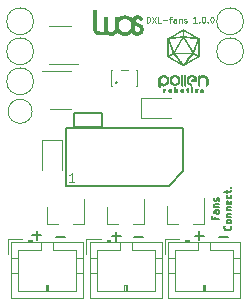
<source format=gbr>
G04 #@! TF.GenerationSoftware,KiCad,Pcbnew,(5.1.5-0)*
G04 #@! TF.CreationDate,2020-04-09T11:26:26+02:00*
G04 #@! TF.ProjectId,dxl-fan-module,64786c2d-6661-46e2-9d6d-6f64756c652e,rev?*
G04 #@! TF.SameCoordinates,Original*
G04 #@! TF.FileFunction,Legend,Top*
G04 #@! TF.FilePolarity,Positive*
%FSLAX46Y46*%
G04 Gerber Fmt 4.6, Leading zero omitted, Abs format (unit mm)*
G04 Created by KiCad (PCBNEW (5.1.5-0)) date 2020-04-09 11:26:26*
%MOMM*%
%LPD*%
G04 APERTURE LIST*
%ADD10C,0.150000*%
%ADD11C,0.120000*%
%ADD12C,0.125000*%
%ADD13C,0.010000*%
G04 APERTURE END LIST*
D10*
X81832142Y-71625000D02*
X81832142Y-71825000D01*
X82146428Y-71825000D02*
X81546428Y-71825000D01*
X81546428Y-71539285D01*
X82146428Y-71053571D02*
X81832142Y-71053571D01*
X81775000Y-71082142D01*
X81746428Y-71139285D01*
X81746428Y-71253571D01*
X81775000Y-71310714D01*
X82117857Y-71053571D02*
X82146428Y-71110714D01*
X82146428Y-71253571D01*
X82117857Y-71310714D01*
X82060714Y-71339285D01*
X82003571Y-71339285D01*
X81946428Y-71310714D01*
X81917857Y-71253571D01*
X81917857Y-71110714D01*
X81889285Y-71053571D01*
X81746428Y-70767857D02*
X82146428Y-70767857D01*
X81803571Y-70767857D02*
X81775000Y-70739285D01*
X81746428Y-70682142D01*
X81746428Y-70596428D01*
X81775000Y-70539285D01*
X81832142Y-70510714D01*
X82146428Y-70510714D01*
X82117857Y-70253571D02*
X82146428Y-70196428D01*
X82146428Y-70082142D01*
X82117857Y-70025000D01*
X82060714Y-69996428D01*
X82032142Y-69996428D01*
X81975000Y-70025000D01*
X81946428Y-70082142D01*
X81946428Y-70167857D01*
X81917857Y-70225000D01*
X81860714Y-70253571D01*
X81832142Y-70253571D01*
X81775000Y-70225000D01*
X81746428Y-70167857D01*
X81746428Y-70082142D01*
X81775000Y-70025000D01*
X83139285Y-72382142D02*
X83167857Y-72410714D01*
X83196428Y-72496428D01*
X83196428Y-72553571D01*
X83167857Y-72639285D01*
X83110714Y-72696428D01*
X83053571Y-72725000D01*
X82939285Y-72753571D01*
X82853571Y-72753571D01*
X82739285Y-72725000D01*
X82682142Y-72696428D01*
X82625000Y-72639285D01*
X82596428Y-72553571D01*
X82596428Y-72496428D01*
X82625000Y-72410714D01*
X82653571Y-72382142D01*
X83196428Y-72039285D02*
X83167857Y-72096428D01*
X83139285Y-72125000D01*
X83082142Y-72153571D01*
X82910714Y-72153571D01*
X82853571Y-72125000D01*
X82825000Y-72096428D01*
X82796428Y-72039285D01*
X82796428Y-71953571D01*
X82825000Y-71896428D01*
X82853571Y-71867857D01*
X82910714Y-71839285D01*
X83082142Y-71839285D01*
X83139285Y-71867857D01*
X83167857Y-71896428D01*
X83196428Y-71953571D01*
X83196428Y-72039285D01*
X82796428Y-71582142D02*
X83196428Y-71582142D01*
X82853571Y-71582142D02*
X82825000Y-71553571D01*
X82796428Y-71496428D01*
X82796428Y-71410714D01*
X82825000Y-71353571D01*
X82882142Y-71325000D01*
X83196428Y-71325000D01*
X82796428Y-71039285D02*
X83196428Y-71039285D01*
X82853571Y-71039285D02*
X82825000Y-71010714D01*
X82796428Y-70953571D01*
X82796428Y-70867857D01*
X82825000Y-70810714D01*
X82882142Y-70782142D01*
X83196428Y-70782142D01*
X83167857Y-70267857D02*
X83196428Y-70325000D01*
X83196428Y-70439285D01*
X83167857Y-70496428D01*
X83110714Y-70525000D01*
X82882142Y-70525000D01*
X82825000Y-70496428D01*
X82796428Y-70439285D01*
X82796428Y-70325000D01*
X82825000Y-70267857D01*
X82882142Y-70239285D01*
X82939285Y-70239285D01*
X82996428Y-70525000D01*
X83167857Y-69725000D02*
X83196428Y-69782142D01*
X83196428Y-69896428D01*
X83167857Y-69953571D01*
X83139285Y-69982142D01*
X83082142Y-70010714D01*
X82910714Y-70010714D01*
X82853571Y-69982142D01*
X82825000Y-69953571D01*
X82796428Y-69896428D01*
X82796428Y-69782142D01*
X82825000Y-69725000D01*
X82796428Y-69553571D02*
X82796428Y-69325000D01*
X82596428Y-69467857D02*
X83110714Y-69467857D01*
X83167857Y-69439285D01*
X83196428Y-69382142D01*
X83196428Y-69325000D01*
X83139285Y-69125000D02*
X83167857Y-69096428D01*
X83196428Y-69125000D01*
X83167857Y-69153571D01*
X83139285Y-69125000D01*
X83196428Y-69125000D01*
X68319047Y-73346428D02*
X69080952Y-73346428D01*
X74969047Y-73296428D02*
X75730952Y-73296428D01*
X82119047Y-73296428D02*
X82880952Y-73296428D01*
X66319047Y-73146428D02*
X67080952Y-73146428D01*
X66700000Y-73527380D02*
X66700000Y-72765476D01*
X73069047Y-73246428D02*
X73830952Y-73246428D01*
X73450000Y-73627380D02*
X73450000Y-72865476D01*
X80119047Y-73196428D02*
X80880952Y-73196428D01*
X80500000Y-73577380D02*
X80500000Y-72815476D01*
D11*
X76028571Y-55151190D02*
X76028571Y-54651190D01*
X76147619Y-54651190D01*
X76219047Y-54675000D01*
X76266666Y-54722619D01*
X76290476Y-54770238D01*
X76314285Y-54865476D01*
X76314285Y-54936904D01*
X76290476Y-55032142D01*
X76266666Y-55079761D01*
X76219047Y-55127380D01*
X76147619Y-55151190D01*
X76028571Y-55151190D01*
X76480952Y-54651190D02*
X76814285Y-55151190D01*
X76814285Y-54651190D02*
X76480952Y-55151190D01*
X77242857Y-55151190D02*
X77004761Y-55151190D01*
X77004761Y-54651190D01*
X77409523Y-54960714D02*
X77790476Y-54960714D01*
X77957142Y-54817857D02*
X78147619Y-54817857D01*
X78028571Y-55151190D02*
X78028571Y-54722619D01*
X78052380Y-54675000D01*
X78100000Y-54651190D01*
X78147619Y-54651190D01*
X78528571Y-55151190D02*
X78528571Y-54889285D01*
X78504761Y-54841666D01*
X78457142Y-54817857D01*
X78361904Y-54817857D01*
X78314285Y-54841666D01*
X78528571Y-55127380D02*
X78480952Y-55151190D01*
X78361904Y-55151190D01*
X78314285Y-55127380D01*
X78290476Y-55079761D01*
X78290476Y-55032142D01*
X78314285Y-54984523D01*
X78361904Y-54960714D01*
X78480952Y-54960714D01*
X78528571Y-54936904D01*
X78766666Y-54817857D02*
X78766666Y-55151190D01*
X78766666Y-54865476D02*
X78790476Y-54841666D01*
X78838095Y-54817857D01*
X78909523Y-54817857D01*
X78957142Y-54841666D01*
X78980952Y-54889285D01*
X78980952Y-55151190D01*
X79195238Y-55127380D02*
X79242857Y-55151190D01*
X79338095Y-55151190D01*
X79385714Y-55127380D01*
X79409523Y-55079761D01*
X79409523Y-55055952D01*
X79385714Y-55008333D01*
X79338095Y-54984523D01*
X79266666Y-54984523D01*
X79219047Y-54960714D01*
X79195238Y-54913095D01*
X79195238Y-54889285D01*
X79219047Y-54841666D01*
X79266666Y-54817857D01*
X79338095Y-54817857D01*
X79385714Y-54841666D01*
X80266666Y-55151190D02*
X79980952Y-55151190D01*
X80123809Y-55151190D02*
X80123809Y-54651190D01*
X80076190Y-54722619D01*
X80028571Y-54770238D01*
X79980952Y-54794047D01*
X80480952Y-55103571D02*
X80504761Y-55127380D01*
X80480952Y-55151190D01*
X80457142Y-55127380D01*
X80480952Y-55103571D01*
X80480952Y-55151190D01*
X80814285Y-54651190D02*
X80861904Y-54651190D01*
X80909523Y-54675000D01*
X80933333Y-54698809D01*
X80957142Y-54746428D01*
X80980952Y-54841666D01*
X80980952Y-54960714D01*
X80957142Y-55055952D01*
X80933333Y-55103571D01*
X80909523Y-55127380D01*
X80861904Y-55151190D01*
X80814285Y-55151190D01*
X80766666Y-55127380D01*
X80742857Y-55103571D01*
X80719047Y-55055952D01*
X80695238Y-54960714D01*
X80695238Y-54841666D01*
X80719047Y-54746428D01*
X80742857Y-54698809D01*
X80766666Y-54675000D01*
X80814285Y-54651190D01*
X81195238Y-55103571D02*
X81219047Y-55127380D01*
X81195238Y-55151190D01*
X81171428Y-55127380D01*
X81195238Y-55103571D01*
X81195238Y-55151190D01*
X81528571Y-54651190D02*
X81576190Y-54651190D01*
X81623809Y-54675000D01*
X81647619Y-54698809D01*
X81671428Y-54746428D01*
X81695238Y-54841666D01*
X81695238Y-54960714D01*
X81671428Y-55055952D01*
X81647619Y-55103571D01*
X81623809Y-55127380D01*
X81576190Y-55151190D01*
X81528571Y-55151190D01*
X81480952Y-55127380D01*
X81457142Y-55103571D01*
X81433333Y-55055952D01*
X81409523Y-54960714D01*
X81409523Y-54841666D01*
X81433333Y-54746428D01*
X81457142Y-54698809D01*
X81480952Y-54675000D01*
X81528571Y-54651190D01*
D12*
X84228423Y-55050000D02*
G75*
G03X84228423Y-55050000I-1135923J0D01*
G01*
X84228423Y-57590000D02*
G75*
G03X84228423Y-57590000I-1135923J0D01*
G01*
X66328500Y-62670000D02*
G75*
G03X66328500Y-62670000I-1016000J0D01*
G01*
X66448423Y-60130000D02*
G75*
G03X66448423Y-60130000I-1135923J0D01*
G01*
X66448423Y-57590000D02*
G75*
G03X66448423Y-57590000I-1135923J0D01*
G01*
X66448423Y-55050000D02*
G75*
G03X66448423Y-55050000I-1135923J0D01*
G01*
D13*
G36*
X73568767Y-54728148D02*
G01*
X73528106Y-54770510D01*
X73484400Y-54819633D01*
X73443146Y-54872922D01*
X73406960Y-54926977D01*
X73403875Y-54932038D01*
X73392882Y-54951111D01*
X73380959Y-54973248D01*
X73368969Y-54996679D01*
X73357780Y-55019633D01*
X73348256Y-55040340D01*
X73341262Y-55057029D01*
X73337861Y-55067095D01*
X73335656Y-55074713D01*
X73333772Y-55078343D01*
X73332188Y-55077531D01*
X73330879Y-55071823D01*
X73329822Y-55060763D01*
X73328994Y-55043897D01*
X73328372Y-55020770D01*
X73327931Y-54990928D01*
X73327649Y-54953917D01*
X73327502Y-54909281D01*
X73327466Y-54864900D01*
X73327466Y-54646633D01*
X73568767Y-54646633D01*
X73568767Y-54728148D01*
G37*
X73568767Y-54728148D02*
X73528106Y-54770510D01*
X73484400Y-54819633D01*
X73443146Y-54872922D01*
X73406960Y-54926977D01*
X73403875Y-54932038D01*
X73392882Y-54951111D01*
X73380959Y-54973248D01*
X73368969Y-54996679D01*
X73357780Y-55019633D01*
X73348256Y-55040340D01*
X73341262Y-55057029D01*
X73337861Y-55067095D01*
X73335656Y-55074713D01*
X73333772Y-55078343D01*
X73332188Y-55077531D01*
X73330879Y-55071823D01*
X73329822Y-55060763D01*
X73328994Y-55043897D01*
X73328372Y-55020770D01*
X73327931Y-54990928D01*
X73327649Y-54953917D01*
X73327502Y-54909281D01*
X73327466Y-54864900D01*
X73327466Y-54646633D01*
X73568767Y-54646633D01*
X73568767Y-54728148D01*
G36*
X71702932Y-54823375D02*
G01*
X71703090Y-54919888D01*
X71703233Y-55008319D01*
X71703374Y-55089055D01*
X71703523Y-55162482D01*
X71703691Y-55228984D01*
X71703887Y-55288947D01*
X71704125Y-55342757D01*
X71704413Y-55390800D01*
X71704763Y-55433461D01*
X71705186Y-55471126D01*
X71705693Y-55504179D01*
X71706293Y-55533008D01*
X71706999Y-55557997D01*
X71707822Y-55579533D01*
X71708770Y-55597999D01*
X71709857Y-55613784D01*
X71711092Y-55627270D01*
X71712486Y-55638846D01*
X71714050Y-55648895D01*
X71715795Y-55657804D01*
X71717732Y-55665958D01*
X71719871Y-55673743D01*
X71722223Y-55681544D01*
X71724800Y-55689747D01*
X71727468Y-55698272D01*
X71746788Y-55747496D01*
X71772544Y-55791336D01*
X71804447Y-55829501D01*
X71842209Y-55861701D01*
X71885540Y-55887645D01*
X71934151Y-55907043D01*
X71935665Y-55907514D01*
X71950063Y-55911488D01*
X71965925Y-55914846D01*
X71984035Y-55917636D01*
X72005177Y-55919904D01*
X72030133Y-55921694D01*
X72059689Y-55923053D01*
X72094626Y-55924027D01*
X72135728Y-55924663D01*
X72183780Y-55925005D01*
X72235606Y-55925100D01*
X72421316Y-55925100D01*
X72428037Y-55938097D01*
X72442595Y-55962242D01*
X72462611Y-55989715D01*
X72486653Y-56018927D01*
X72513286Y-56048286D01*
X72541080Y-56076204D01*
X72568599Y-56101089D01*
X72590867Y-56118788D01*
X72605248Y-56129423D01*
X72617189Y-56138391D01*
X72624922Y-56144360D01*
X72626638Y-56145784D01*
X72623077Y-56146263D01*
X72611823Y-56146705D01*
X72593651Y-56147109D01*
X72569336Y-56147475D01*
X72539652Y-56147800D01*
X72505373Y-56148086D01*
X72467273Y-56148329D01*
X72426128Y-56148530D01*
X72382711Y-56148688D01*
X72337797Y-56148801D01*
X72292161Y-56148868D01*
X72246575Y-56148889D01*
X72201816Y-56148862D01*
X72158657Y-56148787D01*
X72117873Y-56148663D01*
X72080238Y-56148488D01*
X72046526Y-56148261D01*
X72017512Y-56147983D01*
X71993970Y-56147651D01*
X71976675Y-56147265D01*
X71966401Y-56146823D01*
X71964333Y-56146616D01*
X71896430Y-56132961D01*
X71834707Y-56114503D01*
X71778003Y-56090663D01*
X71725159Y-56060860D01*
X71675015Y-56024513D01*
X71626411Y-55981042D01*
X71619103Y-55973792D01*
X71574969Y-55923532D01*
X71537751Y-55868482D01*
X71507590Y-55808928D01*
X71484630Y-55745161D01*
X71469010Y-55677467D01*
X71466969Y-55664750D01*
X71466180Y-55658613D01*
X71465457Y-55650931D01*
X71464798Y-55641339D01*
X71464199Y-55629471D01*
X71463659Y-55614962D01*
X71463174Y-55597447D01*
X71462741Y-55576559D01*
X71462357Y-55551934D01*
X71462021Y-55523205D01*
X71461728Y-55490008D01*
X71461476Y-55451976D01*
X71461262Y-55408745D01*
X71461084Y-55359948D01*
X71460939Y-55305221D01*
X71460823Y-55244197D01*
X71460734Y-55176511D01*
X71460669Y-55101798D01*
X71460626Y-55019692D01*
X71460601Y-54929828D01*
X71460591Y-54838192D01*
X71460567Y-54053967D01*
X71581107Y-54053966D01*
X71701647Y-54053966D01*
X71702932Y-54823375D01*
G37*
X71702932Y-54823375D02*
X71703090Y-54919888D01*
X71703233Y-55008319D01*
X71703374Y-55089055D01*
X71703523Y-55162482D01*
X71703691Y-55228984D01*
X71703887Y-55288947D01*
X71704125Y-55342757D01*
X71704413Y-55390800D01*
X71704763Y-55433461D01*
X71705186Y-55471126D01*
X71705693Y-55504179D01*
X71706293Y-55533008D01*
X71706999Y-55557997D01*
X71707822Y-55579533D01*
X71708770Y-55597999D01*
X71709857Y-55613784D01*
X71711092Y-55627270D01*
X71712486Y-55638846D01*
X71714050Y-55648895D01*
X71715795Y-55657804D01*
X71717732Y-55665958D01*
X71719871Y-55673743D01*
X71722223Y-55681544D01*
X71724800Y-55689747D01*
X71727468Y-55698272D01*
X71746788Y-55747496D01*
X71772544Y-55791336D01*
X71804447Y-55829501D01*
X71842209Y-55861701D01*
X71885540Y-55887645D01*
X71934151Y-55907043D01*
X71935665Y-55907514D01*
X71950063Y-55911488D01*
X71965925Y-55914846D01*
X71984035Y-55917636D01*
X72005177Y-55919904D01*
X72030133Y-55921694D01*
X72059689Y-55923053D01*
X72094626Y-55924027D01*
X72135728Y-55924663D01*
X72183780Y-55925005D01*
X72235606Y-55925100D01*
X72421316Y-55925100D01*
X72428037Y-55938097D01*
X72442595Y-55962242D01*
X72462611Y-55989715D01*
X72486653Y-56018927D01*
X72513286Y-56048286D01*
X72541080Y-56076204D01*
X72568599Y-56101089D01*
X72590867Y-56118788D01*
X72605248Y-56129423D01*
X72617189Y-56138391D01*
X72624922Y-56144360D01*
X72626638Y-56145784D01*
X72623077Y-56146263D01*
X72611823Y-56146705D01*
X72593651Y-56147109D01*
X72569336Y-56147475D01*
X72539652Y-56147800D01*
X72505373Y-56148086D01*
X72467273Y-56148329D01*
X72426128Y-56148530D01*
X72382711Y-56148688D01*
X72337797Y-56148801D01*
X72292161Y-56148868D01*
X72246575Y-56148889D01*
X72201816Y-56148862D01*
X72158657Y-56148787D01*
X72117873Y-56148663D01*
X72080238Y-56148488D01*
X72046526Y-56148261D01*
X72017512Y-56147983D01*
X71993970Y-56147651D01*
X71976675Y-56147265D01*
X71966401Y-56146823D01*
X71964333Y-56146616D01*
X71896430Y-56132961D01*
X71834707Y-56114503D01*
X71778003Y-56090663D01*
X71725159Y-56060860D01*
X71675015Y-56024513D01*
X71626411Y-55981042D01*
X71619103Y-55973792D01*
X71574969Y-55923532D01*
X71537751Y-55868482D01*
X71507590Y-55808928D01*
X71484630Y-55745161D01*
X71469010Y-55677467D01*
X71466969Y-55664750D01*
X71466180Y-55658613D01*
X71465457Y-55650931D01*
X71464798Y-55641339D01*
X71464199Y-55629471D01*
X71463659Y-55614962D01*
X71463174Y-55597447D01*
X71462741Y-55576559D01*
X71462357Y-55551934D01*
X71462021Y-55523205D01*
X71461728Y-55490008D01*
X71461476Y-55451976D01*
X71461262Y-55408745D01*
X71461084Y-55359948D01*
X71460939Y-55305221D01*
X71460823Y-55244197D01*
X71460734Y-55176511D01*
X71460669Y-55101798D01*
X71460626Y-55019692D01*
X71460601Y-54929828D01*
X71460591Y-54838192D01*
X71460567Y-54053967D01*
X71581107Y-54053966D01*
X71701647Y-54053966D01*
X71702932Y-54823375D01*
G36*
X75257082Y-54552905D02*
G01*
X75307899Y-54557688D01*
X75351682Y-54566374D01*
X75404179Y-54584197D01*
X75455623Y-54609468D01*
X75504388Y-54641187D01*
X75548849Y-54678356D01*
X75571685Y-54701644D01*
X75584348Y-54716299D01*
X75598366Y-54733697D01*
X75612746Y-54752463D01*
X75626500Y-54771222D01*
X75638635Y-54788599D01*
X75648162Y-54803217D01*
X75654088Y-54813703D01*
X75655575Y-54818083D01*
X75652196Y-54822320D01*
X75643434Y-54829040D01*
X75633455Y-54835407D01*
X75622792Y-54841725D01*
X75606431Y-54851422D01*
X75585954Y-54863562D01*
X75562946Y-54877203D01*
X75538990Y-54891409D01*
X75538838Y-54891499D01*
X75516466Y-54904652D01*
X75496489Y-54916179D01*
X75480077Y-54925425D01*
X75468397Y-54931732D01*
X75462619Y-54934444D01*
X75462319Y-54934500D01*
X75458436Y-54931148D01*
X75451382Y-54922166D01*
X75442371Y-54909163D01*
X75437534Y-54901692D01*
X75409585Y-54863204D01*
X75379277Y-54832562D01*
X75346074Y-54809343D01*
X75309438Y-54793125D01*
X75294019Y-54788584D01*
X75273581Y-54784994D01*
X75247843Y-54782872D01*
X75219848Y-54782263D01*
X75192643Y-54783208D01*
X75169271Y-54785751D01*
X75163883Y-54786744D01*
X75131462Y-54796680D01*
X75099486Y-54812360D01*
X75069686Y-54832501D01*
X75043793Y-54855821D01*
X75023538Y-54881040D01*
X75014410Y-54897414D01*
X75001599Y-54934206D01*
X74997033Y-54970196D01*
X75000647Y-55004901D01*
X75012379Y-55037840D01*
X75032164Y-55068530D01*
X75037871Y-55075246D01*
X75053733Y-55091248D01*
X75072361Y-55106414D01*
X75094704Y-55121291D01*
X75121715Y-55136427D01*
X75154343Y-55152369D01*
X75193541Y-55169662D01*
X75224000Y-55182298D01*
X75247314Y-55191786D01*
X75274466Y-55202842D01*
X75301451Y-55213835D01*
X75317133Y-55220226D01*
X75386214Y-55250790D01*
X75447498Y-55283043D01*
X75501543Y-55317309D01*
X75548910Y-55353910D01*
X75549966Y-55354817D01*
X75589936Y-55393421D01*
X75623101Y-55434907D01*
X75650081Y-55480347D01*
X75671495Y-55530810D01*
X75687963Y-55587367D01*
X75690173Y-55597016D01*
X75692984Y-55615809D01*
X75694824Y-55640910D01*
X75695711Y-55670221D01*
X75695666Y-55701641D01*
X75694711Y-55733071D01*
X75692864Y-55762411D01*
X75690147Y-55787562D01*
X75688208Y-55799264D01*
X75673191Y-55858358D01*
X75652129Y-55912662D01*
X75624447Y-55963191D01*
X75589572Y-56010960D01*
X75546932Y-56056985D01*
X75537769Y-56065744D01*
X75488892Y-56105888D01*
X75435276Y-56139027D01*
X75376998Y-56165118D01*
X75323483Y-56181819D01*
X75307053Y-56185765D01*
X75291844Y-56188701D01*
X75276005Y-56190811D01*
X75257679Y-56192278D01*
X75235014Y-56193285D01*
X75206154Y-56194016D01*
X75198600Y-56194161D01*
X75158237Y-56194495D01*
X75125640Y-56193835D01*
X75100163Y-56192159D01*
X75084300Y-56190040D01*
X75020633Y-56174786D01*
X74961644Y-56152534D01*
X74907431Y-56123338D01*
X74858091Y-56087255D01*
X74813721Y-56044339D01*
X74798458Y-56026587D01*
X74774182Y-55996915D01*
X74796844Y-55972649D01*
X74807868Y-55960912D01*
X74816645Y-55951691D01*
X74821591Y-55946648D01*
X74822006Y-55946267D01*
X74829271Y-55938666D01*
X74840107Y-55925523D01*
X74853402Y-55908345D01*
X74868043Y-55888644D01*
X74882916Y-55867929D01*
X74896909Y-55847708D01*
X74908909Y-55829491D01*
X74913298Y-55822454D01*
X74941742Y-55775785D01*
X74950910Y-55802817D01*
X74960619Y-55828826D01*
X74970789Y-55849767D01*
X74983142Y-55868944D01*
X74990436Y-55878598D01*
X75020322Y-55909967D01*
X75055477Y-55934882D01*
X75095467Y-55953150D01*
X75139862Y-55964576D01*
X75188230Y-55968968D01*
X75192250Y-55969010D01*
X75225682Y-55967944D01*
X75254327Y-55963920D01*
X75281566Y-55956214D01*
X75310780Y-55944099D01*
X75312900Y-55943108D01*
X75338735Y-55927828D01*
X75365138Y-55906779D01*
X75389828Y-55882163D01*
X75410521Y-55856185D01*
X75421435Y-55838316D01*
X75438639Y-55796977D01*
X75448888Y-55753035D01*
X75452137Y-55708055D01*
X75448339Y-55663601D01*
X75437448Y-55621239D01*
X75428462Y-55599490D01*
X75409434Y-55568320D01*
X75382687Y-55537848D01*
X75348972Y-55508677D01*
X75309036Y-55481406D01*
X75263628Y-55456638D01*
X75233521Y-55442997D01*
X75216064Y-55435641D01*
X75192955Y-55425888D01*
X75166335Y-55414643D01*
X75138348Y-55402811D01*
X75113933Y-55392482D01*
X75035616Y-55359335D01*
X75032583Y-55314200D01*
X75022930Y-55230030D01*
X75005434Y-55148929D01*
X74979992Y-55070591D01*
X74946502Y-54994710D01*
X74904860Y-54920981D01*
X74894494Y-54904867D01*
X74880343Y-54884128D01*
X74864821Y-54862630D01*
X74850033Y-54843230D01*
X74840371Y-54831402D01*
X74827893Y-54816804D01*
X74816384Y-54803251D01*
X74807796Y-54793042D01*
X74805910Y-54790769D01*
X74796338Y-54779150D01*
X74813283Y-54754166D01*
X74829540Y-54732833D01*
X74850703Y-54708903D01*
X74874670Y-54684533D01*
X74899339Y-54661874D01*
X74919200Y-54645639D01*
X74938413Y-54632587D01*
X74963012Y-54618160D01*
X74990368Y-54603716D01*
X75017853Y-54590614D01*
X75042838Y-54580210D01*
X75052331Y-54576848D01*
X75099002Y-54564567D01*
X75150264Y-54556427D01*
X75203747Y-54552512D01*
X75257082Y-54552905D01*
G37*
X75257082Y-54552905D02*
X75307899Y-54557688D01*
X75351682Y-54566374D01*
X75404179Y-54584197D01*
X75455623Y-54609468D01*
X75504388Y-54641187D01*
X75548849Y-54678356D01*
X75571685Y-54701644D01*
X75584348Y-54716299D01*
X75598366Y-54733697D01*
X75612746Y-54752463D01*
X75626500Y-54771222D01*
X75638635Y-54788599D01*
X75648162Y-54803217D01*
X75654088Y-54813703D01*
X75655575Y-54818083D01*
X75652196Y-54822320D01*
X75643434Y-54829040D01*
X75633455Y-54835407D01*
X75622792Y-54841725D01*
X75606431Y-54851422D01*
X75585954Y-54863562D01*
X75562946Y-54877203D01*
X75538990Y-54891409D01*
X75538838Y-54891499D01*
X75516466Y-54904652D01*
X75496489Y-54916179D01*
X75480077Y-54925425D01*
X75468397Y-54931732D01*
X75462619Y-54934444D01*
X75462319Y-54934500D01*
X75458436Y-54931148D01*
X75451382Y-54922166D01*
X75442371Y-54909163D01*
X75437534Y-54901692D01*
X75409585Y-54863204D01*
X75379277Y-54832562D01*
X75346074Y-54809343D01*
X75309438Y-54793125D01*
X75294019Y-54788584D01*
X75273581Y-54784994D01*
X75247843Y-54782872D01*
X75219848Y-54782263D01*
X75192643Y-54783208D01*
X75169271Y-54785751D01*
X75163883Y-54786744D01*
X75131462Y-54796680D01*
X75099486Y-54812360D01*
X75069686Y-54832501D01*
X75043793Y-54855821D01*
X75023538Y-54881040D01*
X75014410Y-54897414D01*
X75001599Y-54934206D01*
X74997033Y-54970196D01*
X75000647Y-55004901D01*
X75012379Y-55037840D01*
X75032164Y-55068530D01*
X75037871Y-55075246D01*
X75053733Y-55091248D01*
X75072361Y-55106414D01*
X75094704Y-55121291D01*
X75121715Y-55136427D01*
X75154343Y-55152369D01*
X75193541Y-55169662D01*
X75224000Y-55182298D01*
X75247314Y-55191786D01*
X75274466Y-55202842D01*
X75301451Y-55213835D01*
X75317133Y-55220226D01*
X75386214Y-55250790D01*
X75447498Y-55283043D01*
X75501543Y-55317309D01*
X75548910Y-55353910D01*
X75549966Y-55354817D01*
X75589936Y-55393421D01*
X75623101Y-55434907D01*
X75650081Y-55480347D01*
X75671495Y-55530810D01*
X75687963Y-55587367D01*
X75690173Y-55597016D01*
X75692984Y-55615809D01*
X75694824Y-55640910D01*
X75695711Y-55670221D01*
X75695666Y-55701641D01*
X75694711Y-55733071D01*
X75692864Y-55762411D01*
X75690147Y-55787562D01*
X75688208Y-55799264D01*
X75673191Y-55858358D01*
X75652129Y-55912662D01*
X75624447Y-55963191D01*
X75589572Y-56010960D01*
X75546932Y-56056985D01*
X75537769Y-56065744D01*
X75488892Y-56105888D01*
X75435276Y-56139027D01*
X75376998Y-56165118D01*
X75323483Y-56181819D01*
X75307053Y-56185765D01*
X75291844Y-56188701D01*
X75276005Y-56190811D01*
X75257679Y-56192278D01*
X75235014Y-56193285D01*
X75206154Y-56194016D01*
X75198600Y-56194161D01*
X75158237Y-56194495D01*
X75125640Y-56193835D01*
X75100163Y-56192159D01*
X75084300Y-56190040D01*
X75020633Y-56174786D01*
X74961644Y-56152534D01*
X74907431Y-56123338D01*
X74858091Y-56087255D01*
X74813721Y-56044339D01*
X74798458Y-56026587D01*
X74774182Y-55996915D01*
X74796844Y-55972649D01*
X74807868Y-55960912D01*
X74816645Y-55951691D01*
X74821591Y-55946648D01*
X74822006Y-55946267D01*
X74829271Y-55938666D01*
X74840107Y-55925523D01*
X74853402Y-55908345D01*
X74868043Y-55888644D01*
X74882916Y-55867929D01*
X74896909Y-55847708D01*
X74908909Y-55829491D01*
X74913298Y-55822454D01*
X74941742Y-55775785D01*
X74950910Y-55802817D01*
X74960619Y-55828826D01*
X74970789Y-55849767D01*
X74983142Y-55868944D01*
X74990436Y-55878598D01*
X75020322Y-55909967D01*
X75055477Y-55934882D01*
X75095467Y-55953150D01*
X75139862Y-55964576D01*
X75188230Y-55968968D01*
X75192250Y-55969010D01*
X75225682Y-55967944D01*
X75254327Y-55963920D01*
X75281566Y-55956214D01*
X75310780Y-55944099D01*
X75312900Y-55943108D01*
X75338735Y-55927828D01*
X75365138Y-55906779D01*
X75389828Y-55882163D01*
X75410521Y-55856185D01*
X75421435Y-55838316D01*
X75438639Y-55796977D01*
X75448888Y-55753035D01*
X75452137Y-55708055D01*
X75448339Y-55663601D01*
X75437448Y-55621239D01*
X75428462Y-55599490D01*
X75409434Y-55568320D01*
X75382687Y-55537848D01*
X75348972Y-55508677D01*
X75309036Y-55481406D01*
X75263628Y-55456638D01*
X75233521Y-55442997D01*
X75216064Y-55435641D01*
X75192955Y-55425888D01*
X75166335Y-55414643D01*
X75138348Y-55402811D01*
X75113933Y-55392482D01*
X75035616Y-55359335D01*
X75032583Y-55314200D01*
X75022930Y-55230030D01*
X75005434Y-55148929D01*
X74979992Y-55070591D01*
X74946502Y-54994710D01*
X74904860Y-54920981D01*
X74894494Y-54904867D01*
X74880343Y-54884128D01*
X74864821Y-54862630D01*
X74850033Y-54843230D01*
X74840371Y-54831402D01*
X74827893Y-54816804D01*
X74816384Y-54803251D01*
X74807796Y-54793042D01*
X74805910Y-54790769D01*
X74796338Y-54779150D01*
X74813283Y-54754166D01*
X74829540Y-54732833D01*
X74850703Y-54708903D01*
X74874670Y-54684533D01*
X74899339Y-54661874D01*
X74919200Y-54645639D01*
X74938413Y-54632587D01*
X74963012Y-54618160D01*
X74990368Y-54603716D01*
X75017853Y-54590614D01*
X75042838Y-54580210D01*
X75052331Y-54576848D01*
X75099002Y-54564567D01*
X75150264Y-54556427D01*
X75203747Y-54552512D01*
X75257082Y-54552905D01*
G36*
X74186452Y-54554680D02*
G01*
X74264409Y-54559686D01*
X74337197Y-54570586D01*
X74406049Y-54587738D01*
X74472200Y-54611497D01*
X74536885Y-54642222D01*
X74584808Y-54669822D01*
X74602238Y-54680718D01*
X74616338Y-54689966D01*
X74629218Y-54699103D01*
X74642988Y-54709667D01*
X74659758Y-54723194D01*
X74672970Y-54734060D01*
X74738518Y-54792877D01*
X74796165Y-54854654D01*
X74846002Y-54919549D01*
X74888115Y-54987719D01*
X74922596Y-55059320D01*
X74949532Y-55134511D01*
X74969012Y-55213448D01*
X74978721Y-55274702D01*
X74981427Y-55306625D01*
X74982640Y-55344353D01*
X74982449Y-55385619D01*
X74980943Y-55428154D01*
X74978212Y-55469692D01*
X74974346Y-55507964D01*
X74969433Y-55540704D01*
X74967932Y-55548333D01*
X74948379Y-55624327D01*
X74922339Y-55695861D01*
X74889404Y-55763702D01*
X74849164Y-55828615D01*
X74801211Y-55891365D01*
X74760343Y-55937043D01*
X74698959Y-55995931D01*
X74633914Y-56047242D01*
X74564964Y-56091113D01*
X74491862Y-56127678D01*
X74414364Y-56157071D01*
X74332222Y-56179427D01*
X74309600Y-56184198D01*
X74293253Y-56187274D01*
X74278112Y-56189629D01*
X74262663Y-56191357D01*
X74245393Y-56192551D01*
X74224790Y-56193306D01*
X74199341Y-56193714D01*
X74167534Y-56193869D01*
X74152967Y-56193882D01*
X74110792Y-56193641D01*
X74075366Y-56192773D01*
X74044979Y-56191078D01*
X74017925Y-56188353D01*
X73992495Y-56184398D01*
X73966981Y-56179011D01*
X73939676Y-56171992D01*
X73920133Y-56166451D01*
X73844332Y-56140128D01*
X73770467Y-56106063D01*
X73699734Y-56064947D01*
X73633326Y-56017471D01*
X73574427Y-55966242D01*
X73539872Y-55933109D01*
X73560397Y-55889946D01*
X73570737Y-55866537D01*
X73581218Y-55840035D01*
X73590196Y-55814702D01*
X73593513Y-55804126D01*
X73600092Y-55779215D01*
X73606329Y-55750879D01*
X73611807Y-55721517D01*
X73616111Y-55693532D01*
X73618823Y-55669322D01*
X73619567Y-55654038D01*
X73620512Y-55641844D01*
X73623253Y-55637843D01*
X73627643Y-55642093D01*
X73631312Y-55649309D01*
X73640632Y-55666927D01*
X73654524Y-55688793D01*
X73671658Y-55713084D01*
X73690700Y-55737981D01*
X73710318Y-55761662D01*
X73726729Y-55779764D01*
X73779477Y-55830002D01*
X73834177Y-55872212D01*
X73891393Y-55906718D01*
X73951689Y-55933842D01*
X74015628Y-55953908D01*
X74039794Y-55959498D01*
X74073142Y-55964733D01*
X74111991Y-55967902D01*
X74153624Y-55968979D01*
X74195326Y-55967935D01*
X74234379Y-55964743D01*
X74255908Y-55961701D01*
X74321964Y-55946234D01*
X74385381Y-55923003D01*
X74445562Y-55892462D01*
X74501912Y-55855064D01*
X74553833Y-55811262D01*
X74600728Y-55761509D01*
X74642001Y-55706258D01*
X74677055Y-55645963D01*
X74680354Y-55639350D01*
X74703920Y-55584396D01*
X74721043Y-55528020D01*
X74732047Y-55468723D01*
X74737259Y-55405007D01*
X74737801Y-55374767D01*
X74734109Y-55301061D01*
X74722960Y-55231310D01*
X74704295Y-55165352D01*
X74678055Y-55103028D01*
X74644184Y-55044178D01*
X74602622Y-54988641D01*
X74594289Y-54978950D01*
X74544349Y-54928112D01*
X74490137Y-54884579D01*
X74431588Y-54848314D01*
X74368642Y-54819279D01*
X74301233Y-54797438D01*
X74279967Y-54792245D01*
X74258669Y-54788692D01*
X74231090Y-54785962D01*
X74199378Y-54784099D01*
X74165682Y-54783141D01*
X74132150Y-54783130D01*
X74100931Y-54784108D01*
X74074174Y-54786115D01*
X74059833Y-54788052D01*
X73991616Y-54803314D01*
X73928675Y-54824863D01*
X73870169Y-54853135D01*
X73815254Y-54888564D01*
X73763089Y-54931587D01*
X73740940Y-54952884D01*
X73694041Y-55005309D01*
X73654977Y-55060689D01*
X73623495Y-55119469D01*
X73599341Y-55182097D01*
X73587762Y-55223776D01*
X73583475Y-55242673D01*
X73579906Y-55261052D01*
X73576985Y-55279922D01*
X73574648Y-55300292D01*
X73572828Y-55323174D01*
X73571456Y-55349576D01*
X73570467Y-55380510D01*
X73569793Y-55416984D01*
X73569368Y-55460008D01*
X73569143Y-55504960D01*
X73568948Y-55547973D01*
X73568658Y-55583610D01*
X73568225Y-55612960D01*
X73567604Y-55637113D01*
X73566746Y-55657158D01*
X73565605Y-55674186D01*
X73564133Y-55689287D01*
X73562284Y-55703550D01*
X73560010Y-55718065D01*
X73559896Y-55718743D01*
X73544442Y-55787815D01*
X73521995Y-55852139D01*
X73492507Y-55911809D01*
X73455931Y-55966917D01*
X73412222Y-56017555D01*
X73405555Y-56024269D01*
X73351492Y-56072247D01*
X73294008Y-56112482D01*
X73233074Y-56144990D01*
X73168662Y-56169785D01*
X73100742Y-56186882D01*
X73084176Y-56189799D01*
X73063155Y-56192255D01*
X73036048Y-56194031D01*
X73005180Y-56195106D01*
X72972873Y-56195462D01*
X72941452Y-56195079D01*
X72913240Y-56193939D01*
X72890560Y-56192023D01*
X72886084Y-56191429D01*
X72822450Y-56178832D01*
X72763126Y-56160035D01*
X72706639Y-56134414D01*
X72651514Y-56101349D01*
X72620755Y-56079396D01*
X72568025Y-56034528D01*
X72521635Y-55984326D01*
X72481927Y-55929324D01*
X72449241Y-55870059D01*
X72423920Y-55807064D01*
X72407117Y-55744824D01*
X72404872Y-55733485D01*
X72402857Y-55721728D01*
X72401060Y-55709061D01*
X72399468Y-55694991D01*
X72398070Y-55679025D01*
X72396853Y-55660670D01*
X72395805Y-55639434D01*
X72394913Y-55614824D01*
X72394165Y-55586348D01*
X72393550Y-55553512D01*
X72393055Y-55515824D01*
X72392667Y-55472792D01*
X72392375Y-55423922D01*
X72392166Y-55368723D01*
X72392029Y-55306700D01*
X72391949Y-55237362D01*
X72391917Y-55160216D01*
X72391914Y-55132408D01*
X72391900Y-54646633D01*
X72637433Y-54646633D01*
X72637433Y-55124611D01*
X72637446Y-55200153D01*
X72637487Y-55267731D01*
X72637564Y-55327845D01*
X72637683Y-55380998D01*
X72637850Y-55427691D01*
X72638072Y-55468427D01*
X72638355Y-55503706D01*
X72638705Y-55534032D01*
X72639129Y-55559905D01*
X72639634Y-55581828D01*
X72640225Y-55600302D01*
X72640910Y-55615829D01*
X72641694Y-55628910D01*
X72642583Y-55640049D01*
X72643586Y-55649745D01*
X72644199Y-55654740D01*
X72653353Y-55709378D01*
X72665739Y-55756587D01*
X72681512Y-55796826D01*
X72700827Y-55830554D01*
X72706450Y-55838316D01*
X72741887Y-55878296D01*
X72782012Y-55911226D01*
X72826774Y-55937075D01*
X72876122Y-55955809D01*
X72897783Y-55961452D01*
X72928509Y-55966414D01*
X72964119Y-55968868D01*
X73001410Y-55968816D01*
X73037181Y-55966256D01*
X73067117Y-55961440D01*
X73116269Y-55946310D01*
X73161523Y-55923996D01*
X73202232Y-55895125D01*
X73237755Y-55860318D01*
X73267449Y-55820201D01*
X73290668Y-55775398D01*
X73305969Y-55729755D01*
X73310633Y-55710535D01*
X73314473Y-55692308D01*
X73317575Y-55673964D01*
X73320025Y-55654393D01*
X73321909Y-55632483D01*
X73323312Y-55607124D01*
X73324321Y-55577206D01*
X73325020Y-55541619D01*
X73325495Y-55499251D01*
X73325682Y-55474250D01*
X73325999Y-55437001D01*
X73326438Y-55401025D01*
X73326976Y-55367542D01*
X73327588Y-55337774D01*
X73328248Y-55312939D01*
X73328932Y-55294258D01*
X73329544Y-55283750D01*
X73340049Y-55208299D01*
X73358694Y-55133886D01*
X73385158Y-55061180D01*
X73419124Y-54990847D01*
X73460271Y-54923557D01*
X73508282Y-54859976D01*
X73558054Y-54805517D01*
X73616739Y-54750777D01*
X73675811Y-54703807D01*
X73736313Y-54663936D01*
X73799293Y-54630495D01*
X73865796Y-54602813D01*
X73884150Y-54596354D01*
X73936894Y-54580152D01*
X73988152Y-54568119D01*
X74040020Y-54559968D01*
X74094598Y-54555409D01*
X74153984Y-54554152D01*
X74186452Y-54554680D01*
G37*
X74186452Y-54554680D02*
X74264409Y-54559686D01*
X74337197Y-54570586D01*
X74406049Y-54587738D01*
X74472200Y-54611497D01*
X74536885Y-54642222D01*
X74584808Y-54669822D01*
X74602238Y-54680718D01*
X74616338Y-54689966D01*
X74629218Y-54699103D01*
X74642988Y-54709667D01*
X74659758Y-54723194D01*
X74672970Y-54734060D01*
X74738518Y-54792877D01*
X74796165Y-54854654D01*
X74846002Y-54919549D01*
X74888115Y-54987719D01*
X74922596Y-55059320D01*
X74949532Y-55134511D01*
X74969012Y-55213448D01*
X74978721Y-55274702D01*
X74981427Y-55306625D01*
X74982640Y-55344353D01*
X74982449Y-55385619D01*
X74980943Y-55428154D01*
X74978212Y-55469692D01*
X74974346Y-55507964D01*
X74969433Y-55540704D01*
X74967932Y-55548333D01*
X74948379Y-55624327D01*
X74922339Y-55695861D01*
X74889404Y-55763702D01*
X74849164Y-55828615D01*
X74801211Y-55891365D01*
X74760343Y-55937043D01*
X74698959Y-55995931D01*
X74633914Y-56047242D01*
X74564964Y-56091113D01*
X74491862Y-56127678D01*
X74414364Y-56157071D01*
X74332222Y-56179427D01*
X74309600Y-56184198D01*
X74293253Y-56187274D01*
X74278112Y-56189629D01*
X74262663Y-56191357D01*
X74245393Y-56192551D01*
X74224790Y-56193306D01*
X74199341Y-56193714D01*
X74167534Y-56193869D01*
X74152967Y-56193882D01*
X74110792Y-56193641D01*
X74075366Y-56192773D01*
X74044979Y-56191078D01*
X74017925Y-56188353D01*
X73992495Y-56184398D01*
X73966981Y-56179011D01*
X73939676Y-56171992D01*
X73920133Y-56166451D01*
X73844332Y-56140128D01*
X73770467Y-56106063D01*
X73699734Y-56064947D01*
X73633326Y-56017471D01*
X73574427Y-55966242D01*
X73539872Y-55933109D01*
X73560397Y-55889946D01*
X73570737Y-55866537D01*
X73581218Y-55840035D01*
X73590196Y-55814702D01*
X73593513Y-55804126D01*
X73600092Y-55779215D01*
X73606329Y-55750879D01*
X73611807Y-55721517D01*
X73616111Y-55693532D01*
X73618823Y-55669322D01*
X73619567Y-55654038D01*
X73620512Y-55641844D01*
X73623253Y-55637843D01*
X73627643Y-55642093D01*
X73631312Y-55649309D01*
X73640632Y-55666927D01*
X73654524Y-55688793D01*
X73671658Y-55713084D01*
X73690700Y-55737981D01*
X73710318Y-55761662D01*
X73726729Y-55779764D01*
X73779477Y-55830002D01*
X73834177Y-55872212D01*
X73891393Y-55906718D01*
X73951689Y-55933842D01*
X74015628Y-55953908D01*
X74039794Y-55959498D01*
X74073142Y-55964733D01*
X74111991Y-55967902D01*
X74153624Y-55968979D01*
X74195326Y-55967935D01*
X74234379Y-55964743D01*
X74255908Y-55961701D01*
X74321964Y-55946234D01*
X74385381Y-55923003D01*
X74445562Y-55892462D01*
X74501912Y-55855064D01*
X74553833Y-55811262D01*
X74600728Y-55761509D01*
X74642001Y-55706258D01*
X74677055Y-55645963D01*
X74680354Y-55639350D01*
X74703920Y-55584396D01*
X74721043Y-55528020D01*
X74732047Y-55468723D01*
X74737259Y-55405007D01*
X74737801Y-55374767D01*
X74734109Y-55301061D01*
X74722960Y-55231310D01*
X74704295Y-55165352D01*
X74678055Y-55103028D01*
X74644184Y-55044178D01*
X74602622Y-54988641D01*
X74594289Y-54978950D01*
X74544349Y-54928112D01*
X74490137Y-54884579D01*
X74431588Y-54848314D01*
X74368642Y-54819279D01*
X74301233Y-54797438D01*
X74279967Y-54792245D01*
X74258669Y-54788692D01*
X74231090Y-54785962D01*
X74199378Y-54784099D01*
X74165682Y-54783141D01*
X74132150Y-54783130D01*
X74100931Y-54784108D01*
X74074174Y-54786115D01*
X74059833Y-54788052D01*
X73991616Y-54803314D01*
X73928675Y-54824863D01*
X73870169Y-54853135D01*
X73815254Y-54888564D01*
X73763089Y-54931587D01*
X73740940Y-54952884D01*
X73694041Y-55005309D01*
X73654977Y-55060689D01*
X73623495Y-55119469D01*
X73599341Y-55182097D01*
X73587762Y-55223776D01*
X73583475Y-55242673D01*
X73579906Y-55261052D01*
X73576985Y-55279922D01*
X73574648Y-55300292D01*
X73572828Y-55323174D01*
X73571456Y-55349576D01*
X73570467Y-55380510D01*
X73569793Y-55416984D01*
X73569368Y-55460008D01*
X73569143Y-55504960D01*
X73568948Y-55547973D01*
X73568658Y-55583610D01*
X73568225Y-55612960D01*
X73567604Y-55637113D01*
X73566746Y-55657158D01*
X73565605Y-55674186D01*
X73564133Y-55689287D01*
X73562284Y-55703550D01*
X73560010Y-55718065D01*
X73559896Y-55718743D01*
X73544442Y-55787815D01*
X73521995Y-55852139D01*
X73492507Y-55911809D01*
X73455931Y-55966917D01*
X73412222Y-56017555D01*
X73405555Y-56024269D01*
X73351492Y-56072247D01*
X73294008Y-56112482D01*
X73233074Y-56144990D01*
X73168662Y-56169785D01*
X73100742Y-56186882D01*
X73084176Y-56189799D01*
X73063155Y-56192255D01*
X73036048Y-56194031D01*
X73005180Y-56195106D01*
X72972873Y-56195462D01*
X72941452Y-56195079D01*
X72913240Y-56193939D01*
X72890560Y-56192023D01*
X72886084Y-56191429D01*
X72822450Y-56178832D01*
X72763126Y-56160035D01*
X72706639Y-56134414D01*
X72651514Y-56101349D01*
X72620755Y-56079396D01*
X72568025Y-56034528D01*
X72521635Y-55984326D01*
X72481927Y-55929324D01*
X72449241Y-55870059D01*
X72423920Y-55807064D01*
X72407117Y-55744824D01*
X72404872Y-55733485D01*
X72402857Y-55721728D01*
X72401060Y-55709061D01*
X72399468Y-55694991D01*
X72398070Y-55679025D01*
X72396853Y-55660670D01*
X72395805Y-55639434D01*
X72394913Y-55614824D01*
X72394165Y-55586348D01*
X72393550Y-55553512D01*
X72393055Y-55515824D01*
X72392667Y-55472792D01*
X72392375Y-55423922D01*
X72392166Y-55368723D01*
X72392029Y-55306700D01*
X72391949Y-55237362D01*
X72391917Y-55160216D01*
X72391914Y-55132408D01*
X72391900Y-54646633D01*
X72637433Y-54646633D01*
X72637433Y-55124611D01*
X72637446Y-55200153D01*
X72637487Y-55267731D01*
X72637564Y-55327845D01*
X72637683Y-55380998D01*
X72637850Y-55427691D01*
X72638072Y-55468427D01*
X72638355Y-55503706D01*
X72638705Y-55534032D01*
X72639129Y-55559905D01*
X72639634Y-55581828D01*
X72640225Y-55600302D01*
X72640910Y-55615829D01*
X72641694Y-55628910D01*
X72642583Y-55640049D01*
X72643586Y-55649745D01*
X72644199Y-55654740D01*
X72653353Y-55709378D01*
X72665739Y-55756587D01*
X72681512Y-55796826D01*
X72700827Y-55830554D01*
X72706450Y-55838316D01*
X72741887Y-55878296D01*
X72782012Y-55911226D01*
X72826774Y-55937075D01*
X72876122Y-55955809D01*
X72897783Y-55961452D01*
X72928509Y-55966414D01*
X72964119Y-55968868D01*
X73001410Y-55968816D01*
X73037181Y-55966256D01*
X73067117Y-55961440D01*
X73116269Y-55946310D01*
X73161523Y-55923996D01*
X73202232Y-55895125D01*
X73237755Y-55860318D01*
X73267449Y-55820201D01*
X73290668Y-55775398D01*
X73305969Y-55729755D01*
X73310633Y-55710535D01*
X73314473Y-55692308D01*
X73317575Y-55673964D01*
X73320025Y-55654393D01*
X73321909Y-55632483D01*
X73323312Y-55607124D01*
X73324321Y-55577206D01*
X73325020Y-55541619D01*
X73325495Y-55499251D01*
X73325682Y-55474250D01*
X73325999Y-55437001D01*
X73326438Y-55401025D01*
X73326976Y-55367542D01*
X73327588Y-55337774D01*
X73328248Y-55312939D01*
X73328932Y-55294258D01*
X73329544Y-55283750D01*
X73340049Y-55208299D01*
X73358694Y-55133886D01*
X73385158Y-55061180D01*
X73419124Y-54990847D01*
X73460271Y-54923557D01*
X73508282Y-54859976D01*
X73558054Y-54805517D01*
X73616739Y-54750777D01*
X73675811Y-54703807D01*
X73736313Y-54663936D01*
X73799293Y-54630495D01*
X73865796Y-54602813D01*
X73884150Y-54596354D01*
X73936894Y-54580152D01*
X73988152Y-54568119D01*
X74040020Y-54559968D01*
X74094598Y-54555409D01*
X74153984Y-54554152D01*
X74186452Y-54554680D01*
G36*
X79108035Y-55721373D02*
G01*
X79129492Y-55733203D01*
X79163070Y-55752027D01*
X79207496Y-55777114D01*
X79261493Y-55807735D01*
X79323788Y-55843158D01*
X79393104Y-55882653D01*
X79468168Y-55925489D01*
X79547705Y-55970937D01*
X79630439Y-56018266D01*
X79715096Y-56066744D01*
X79800400Y-56115643D01*
X79885078Y-56164231D01*
X79967853Y-56211777D01*
X80047452Y-56257552D01*
X80122599Y-56300824D01*
X80192019Y-56340864D01*
X80254438Y-56376941D01*
X80308580Y-56408325D01*
X80353172Y-56434284D01*
X80386937Y-56454089D01*
X80408601Y-56467009D01*
X80410217Y-56467995D01*
X80429267Y-56479657D01*
X80429137Y-57239345D01*
X80429050Y-57351406D01*
X80428835Y-57458684D01*
X80428501Y-57559965D01*
X80428059Y-57654031D01*
X80427519Y-57739666D01*
X80426891Y-57815654D01*
X80426185Y-57880779D01*
X80425410Y-57933825D01*
X80424578Y-57973575D01*
X80423697Y-57998813D01*
X80422787Y-58008312D01*
X80414538Y-58014057D01*
X80392892Y-58027441D01*
X80359121Y-58047730D01*
X80314500Y-58074190D01*
X80260299Y-58106086D01*
X80197791Y-58142684D01*
X80128249Y-58183252D01*
X80052945Y-58227053D01*
X79973152Y-58273355D01*
X79890142Y-58321423D01*
X79805188Y-58370523D01*
X79719562Y-58419922D01*
X79634536Y-58468884D01*
X79551383Y-58516676D01*
X79471376Y-58562565D01*
X79395786Y-58605815D01*
X79325887Y-58645692D01*
X79262951Y-58681464D01*
X79208250Y-58712394D01*
X79163057Y-58737751D01*
X79128644Y-58756799D01*
X79106284Y-58768804D01*
X79097249Y-58773032D01*
X79097205Y-58773032D01*
X79088574Y-58768775D01*
X79066354Y-58756617D01*
X79031600Y-58737160D01*
X78985366Y-58711007D01*
X78928709Y-58678760D01*
X78862681Y-58641024D01*
X78788337Y-58598399D01*
X78706733Y-58551490D01*
X78618922Y-58500898D01*
X78525959Y-58447226D01*
X78429017Y-58391146D01*
X77770734Y-58009961D01*
X77770734Y-57993336D01*
X77869005Y-57993336D01*
X77875697Y-57998102D01*
X77895668Y-58010550D01*
X77927546Y-58029875D01*
X77969956Y-58055275D01*
X78021523Y-58085945D01*
X78080875Y-58121083D01*
X78146636Y-58159884D01*
X78217433Y-58201546D01*
X78291892Y-58245264D01*
X78368638Y-58290235D01*
X78446298Y-58335656D01*
X78523497Y-58380723D01*
X78598862Y-58424633D01*
X78671018Y-58466581D01*
X78738591Y-58505765D01*
X78800208Y-58541381D01*
X78854494Y-58572626D01*
X78900074Y-58598695D01*
X78935576Y-58618786D01*
X78959625Y-58632095D01*
X78970846Y-58637818D01*
X78971383Y-58637979D01*
X78970232Y-58632476D01*
X78967608Y-58627683D01*
X78961536Y-58619606D01*
X78946050Y-58599610D01*
X78922226Y-58569066D01*
X78891146Y-58529345D01*
X78853888Y-58481818D01*
X78811531Y-58427856D01*
X78765154Y-58368828D01*
X78715837Y-58306107D01*
X78664659Y-58241061D01*
X78612700Y-58175063D01*
X78561037Y-58109482D01*
X78510752Y-58045690D01*
X78462922Y-57985057D01*
X78418627Y-57928954D01*
X78378947Y-57878750D01*
X78344960Y-57835818D01*
X78317745Y-57801528D01*
X78298383Y-57777250D01*
X78287952Y-57764355D01*
X78286609Y-57762783D01*
X78278166Y-57765195D01*
X78257359Y-57774817D01*
X78226484Y-57790382D01*
X78187835Y-57810621D01*
X78143710Y-57834269D01*
X78096402Y-57860057D01*
X78048206Y-57886719D01*
X78001420Y-57912987D01*
X77958336Y-57937594D01*
X77921252Y-57959273D01*
X77892462Y-57976758D01*
X77874261Y-57988779D01*
X77869005Y-57993336D01*
X77770734Y-57993336D01*
X77770734Y-57944343D01*
X77830000Y-57944343D01*
X77874450Y-57918767D01*
X77895034Y-57906959D01*
X77927445Y-57888411D01*
X77968796Y-57864772D01*
X78016206Y-57837689D01*
X78066790Y-57808812D01*
X78084684Y-57798601D01*
X78163730Y-57753500D01*
X78354562Y-57753500D01*
X78723779Y-58221283D01*
X78785116Y-58298871D01*
X78843462Y-58372438D01*
X78897961Y-58440919D01*
X78947760Y-58503253D01*
X78992003Y-58558375D01*
X79029835Y-58605224D01*
X79060401Y-58642735D01*
X79082846Y-58669846D01*
X79096315Y-58685493D01*
X79100000Y-58689067D01*
X79106276Y-58682587D01*
X79122160Y-58663858D01*
X79145629Y-58635361D01*
X79227290Y-58635361D01*
X79228302Y-58635798D01*
X79232153Y-58634430D01*
X79239778Y-58630729D01*
X79252109Y-58624171D01*
X79270081Y-58614230D01*
X79294629Y-58600380D01*
X79326685Y-58582096D01*
X79367186Y-58558851D01*
X79417064Y-58530121D01*
X79477254Y-58495379D01*
X79548689Y-58454100D01*
X79632305Y-58405757D01*
X79729035Y-58349826D01*
X79800787Y-58308342D01*
X79887763Y-58257946D01*
X79970235Y-58209941D01*
X80047062Y-58165004D01*
X80117102Y-58123814D01*
X80179214Y-58087048D01*
X80232258Y-58055385D01*
X80275090Y-58029501D01*
X80306572Y-58010077D01*
X80325560Y-57997788D01*
X80331016Y-57993369D01*
X80321827Y-57986034D01*
X80300400Y-57972329D01*
X80269028Y-57953522D01*
X80230009Y-57930879D01*
X80185638Y-57905667D01*
X80138211Y-57879155D01*
X80090022Y-57852609D01*
X80043368Y-57827296D01*
X80000544Y-57804484D01*
X79963847Y-57785439D01*
X79935571Y-57771430D01*
X79918012Y-57763724D01*
X79913299Y-57762783D01*
X79906274Y-57771318D01*
X79889929Y-57791737D01*
X79865345Y-57822667D01*
X79833601Y-57862736D01*
X79795779Y-57910571D01*
X79752957Y-57964800D01*
X79706217Y-58024050D01*
X79656639Y-58086948D01*
X79605303Y-58152123D01*
X79553290Y-58218200D01*
X79501679Y-58283809D01*
X79451551Y-58347576D01*
X79403986Y-58408129D01*
X79360065Y-58464096D01*
X79320868Y-58514103D01*
X79287474Y-58556779D01*
X79260965Y-58590750D01*
X79242421Y-58614644D01*
X79232922Y-58627089D01*
X79231943Y-58628471D01*
X79230044Y-58631172D01*
X79228182Y-58633644D01*
X79227290Y-58635361D01*
X79145629Y-58635361D01*
X79146799Y-58633941D01*
X79179336Y-58593900D01*
X79218917Y-58544798D01*
X79264686Y-58487699D01*
X79315789Y-58423665D01*
X79371371Y-58353759D01*
X79430577Y-58279045D01*
X79476221Y-58221283D01*
X79845439Y-57753500D01*
X79472719Y-57751295D01*
X79374629Y-57750839D01*
X79264588Y-57750540D01*
X79147576Y-57750399D01*
X79028574Y-57750414D01*
X78912563Y-57750588D01*
X78804525Y-57750918D01*
X78727281Y-57751295D01*
X78354562Y-57753500D01*
X78163730Y-57753500D01*
X78250469Y-57704010D01*
X78249732Y-57702139D01*
X79960067Y-57702139D01*
X79961147Y-57707570D01*
X79963659Y-57710864D01*
X79966697Y-57712875D01*
X79978754Y-57719766D01*
X80003297Y-57733872D01*
X80038150Y-57753940D01*
X80081136Y-57778716D01*
X80130078Y-57806945D01*
X80175267Y-57833025D01*
X80226521Y-57862587D01*
X80272719Y-57889182D01*
X80311908Y-57911690D01*
X80342134Y-57928989D01*
X80361442Y-57939960D01*
X80367884Y-57943500D01*
X80368215Y-57935331D01*
X80368519Y-57911525D01*
X80368792Y-57873379D01*
X80369031Y-57822191D01*
X80369232Y-57759256D01*
X80369393Y-57685872D01*
X80369509Y-57603335D01*
X80369578Y-57512942D01*
X80369595Y-57415990D01*
X80369558Y-57313775D01*
X80369548Y-57298417D01*
X80369096Y-56652833D01*
X80158862Y-57177767D01*
X80117379Y-57281381D01*
X80081798Y-57370411D01*
X80051711Y-57445990D01*
X80026713Y-57509248D01*
X80006397Y-57561318D01*
X79990356Y-57603331D01*
X79978185Y-57636418D01*
X79969477Y-57661710D01*
X79963825Y-57680341D01*
X79960824Y-57693439D01*
X79960067Y-57702139D01*
X78249732Y-57702139D01*
X78244950Y-57690000D01*
X78337020Y-57690000D01*
X79862981Y-57690000D01*
X79834974Y-57640834D01*
X79809673Y-57596573D01*
X79778776Y-57542778D01*
X79743014Y-57480707D01*
X79703120Y-57411618D01*
X79659826Y-57336769D01*
X79613864Y-57257418D01*
X79565967Y-57174824D01*
X79516866Y-57090244D01*
X79467294Y-57004937D01*
X79417984Y-56920161D01*
X79369666Y-56837173D01*
X79323074Y-56757233D01*
X79278940Y-56681597D01*
X79237996Y-56611525D01*
X79200975Y-56548273D01*
X79168607Y-56493102D01*
X79141627Y-56447268D01*
X79120765Y-56412029D01*
X79106755Y-56388644D01*
X79100327Y-56378371D01*
X79100000Y-56377996D01*
X79095398Y-56385114D01*
X79083046Y-56405630D01*
X79063677Y-56438285D01*
X79038023Y-56481822D01*
X79006815Y-56534983D01*
X78970786Y-56596509D01*
X78930669Y-56665142D01*
X78887196Y-56739624D01*
X78841098Y-56818697D01*
X78793109Y-56901102D01*
X78743959Y-56985583D01*
X78694383Y-57070880D01*
X78645111Y-57155735D01*
X78596876Y-57238891D01*
X78550410Y-57319089D01*
X78506445Y-57395072D01*
X78465714Y-57465580D01*
X78428949Y-57529356D01*
X78396882Y-57585142D01*
X78370246Y-57631679D01*
X78365027Y-57640834D01*
X78337020Y-57690000D01*
X78244950Y-57690000D01*
X78188501Y-57546722D01*
X78172002Y-57505004D01*
X78150198Y-57450121D01*
X78124108Y-57384620D01*
X78094745Y-57311044D01*
X78063128Y-57231940D01*
X78030271Y-57149852D01*
X77997191Y-57067325D01*
X77978654Y-57021133D01*
X77830774Y-56652833D01*
X77830000Y-57944343D01*
X77770734Y-57944343D01*
X77770733Y-57244809D01*
X77770733Y-56521447D01*
X77852964Y-56521447D01*
X77854912Y-56530084D01*
X77862682Y-56553172D01*
X77875793Y-56589448D01*
X77893761Y-56637647D01*
X77916103Y-56696505D01*
X77942338Y-56764758D01*
X77971983Y-56841142D01*
X78004555Y-56924392D01*
X78039572Y-57013244D01*
X78068771Y-57086880D01*
X78105487Y-57179077D01*
X78140397Y-57266452D01*
X78172997Y-57347764D01*
X78202786Y-57421773D01*
X78229260Y-57487237D01*
X78251916Y-57542916D01*
X78270250Y-57587568D01*
X78283761Y-57619952D01*
X78291946Y-57638829D01*
X78294321Y-57643369D01*
X78298927Y-57635750D01*
X78311403Y-57614533D01*
X78331136Y-57580771D01*
X78357512Y-57535520D01*
X78389918Y-57479836D01*
X78427740Y-57414773D01*
X78470365Y-57341388D01*
X78517179Y-57260734D01*
X78567568Y-57173869D01*
X78620920Y-57081846D01*
X78668939Y-56998980D01*
X78724267Y-56903402D01*
X78777045Y-56812074D01*
X78826670Y-56726050D01*
X78872539Y-56646383D01*
X78914049Y-56574125D01*
X78950596Y-56510329D01*
X78981576Y-56456049D01*
X79006387Y-56412338D01*
X79024425Y-56380248D01*
X79035087Y-56360833D01*
X79037893Y-56355071D01*
X79029123Y-56355583D01*
X79005231Y-56358292D01*
X78967854Y-56362968D01*
X78918629Y-56369382D01*
X78859191Y-56377304D01*
X78791179Y-56386503D01*
X78716228Y-56396751D01*
X78635975Y-56407818D01*
X78552058Y-56419473D01*
X78466111Y-56431486D01*
X78379774Y-56443629D01*
X78294680Y-56455671D01*
X78212469Y-56467383D01*
X78134776Y-56478534D01*
X78063237Y-56488894D01*
X77999491Y-56498235D01*
X77945172Y-56506326D01*
X77901919Y-56512937D01*
X77871367Y-56517839D01*
X77855154Y-56520801D01*
X77852964Y-56521447D01*
X77770733Y-56521447D01*
X77770733Y-56479657D01*
X77789783Y-56467973D01*
X77809680Y-56456060D01*
X77830949Y-56443565D01*
X77948534Y-56443565D01*
X77951753Y-56445419D01*
X77961234Y-56443857D01*
X77972375Y-56442017D01*
X77998837Y-56438066D01*
X78039168Y-56432210D01*
X78091915Y-56424655D01*
X78155626Y-56415607D01*
X78228846Y-56405273D01*
X78310124Y-56393857D01*
X78398008Y-56381567D01*
X78491043Y-56368608D01*
X78522127Y-56364290D01*
X78588577Y-56355064D01*
X79162114Y-56355064D01*
X79165874Y-56362602D01*
X79177537Y-56383734D01*
X79196500Y-56417411D01*
X79222163Y-56462582D01*
X79253924Y-56518200D01*
X79291182Y-56583213D01*
X79333336Y-56656574D01*
X79379784Y-56737231D01*
X79429925Y-56824137D01*
X79483158Y-56916242D01*
X79533561Y-57003313D01*
X79907594Y-57648976D01*
X80130643Y-57088141D01*
X80167309Y-56995638D01*
X80201914Y-56907733D01*
X80233975Y-56825689D01*
X80263011Y-56750769D01*
X80288539Y-56684235D01*
X80310077Y-56627349D01*
X80327144Y-56581375D01*
X80339256Y-56547575D01*
X80345932Y-56527212D01*
X80347029Y-56521439D01*
X80337920Y-56519442D01*
X80313723Y-56515400D01*
X80276076Y-56509543D01*
X80226616Y-56502101D01*
X80166979Y-56493305D01*
X80098802Y-56483382D01*
X80023721Y-56472565D01*
X79943374Y-56461082D01*
X79859397Y-56449163D01*
X79773426Y-56437038D01*
X79687098Y-56424936D01*
X79602050Y-56413089D01*
X79519919Y-56401724D01*
X79442341Y-56391073D01*
X79370953Y-56381365D01*
X79307391Y-56372829D01*
X79253293Y-56365697D01*
X79210294Y-56360196D01*
X79180032Y-56356558D01*
X79164144Y-56355012D01*
X79162114Y-56355064D01*
X78588577Y-56355064D01*
X79066087Y-56288767D01*
X79066110Y-56045350D01*
X79133891Y-56045350D01*
X79133916Y-56288767D01*
X79682108Y-56366044D01*
X79794091Y-56381830D01*
X79890466Y-56395409D01*
X79972390Y-56406937D01*
X80041024Y-56416570D01*
X80097527Y-56424462D01*
X80143057Y-56430770D01*
X80178773Y-56435648D01*
X80205835Y-56439253D01*
X80225401Y-56441740D01*
X80238631Y-56443263D01*
X80246683Y-56443980D01*
X80250717Y-56444044D01*
X80251892Y-56443612D01*
X80251367Y-56442839D01*
X80250761Y-56442315D01*
X80242537Y-56437252D01*
X80221086Y-56424607D01*
X80187790Y-56405175D01*
X80144033Y-56379752D01*
X80091196Y-56349134D01*
X80030661Y-56314116D01*
X79963811Y-56275495D01*
X79892028Y-56234067D01*
X79816693Y-56190626D01*
X79739190Y-56145969D01*
X79660899Y-56100892D01*
X79583205Y-56056190D01*
X79507488Y-56012659D01*
X79435131Y-55971094D01*
X79367516Y-55932293D01*
X79306025Y-55897050D01*
X79252041Y-55866161D01*
X79206946Y-55840423D01*
X79172121Y-55820630D01*
X79148949Y-55807578D01*
X79138813Y-55802064D01*
X79138482Y-55801933D01*
X79137303Y-55810048D01*
X79136236Y-55832981D01*
X79135323Y-55868620D01*
X79134602Y-55914850D01*
X79134114Y-55969556D01*
X79133898Y-56030626D01*
X79133891Y-56045350D01*
X79066110Y-56045350D01*
X79065962Y-55983116D01*
X79065533Y-55926758D01*
X79064862Y-55878391D01*
X79063989Y-55840130D01*
X79062954Y-55814087D01*
X79061798Y-55802377D01*
X79061519Y-55801933D01*
X79053691Y-55806044D01*
X79032593Y-55817845D01*
X78999607Y-55836539D01*
X78956116Y-55861330D01*
X78903501Y-55891419D01*
X78843145Y-55926011D01*
X78776431Y-55964309D01*
X78704741Y-56005515D01*
X78629458Y-56048832D01*
X78551963Y-56093464D01*
X78473639Y-56138614D01*
X78395870Y-56183484D01*
X78320036Y-56227277D01*
X78247521Y-56269198D01*
X78179706Y-56308448D01*
X78117976Y-56344231D01*
X78063710Y-56375750D01*
X78018293Y-56402208D01*
X77983107Y-56422807D01*
X77959533Y-56436752D01*
X77948955Y-56443245D01*
X77948534Y-56443565D01*
X77830949Y-56443565D01*
X77841853Y-56437160D01*
X77885027Y-56412006D01*
X77937927Y-56381328D01*
X77999279Y-56345856D01*
X78067806Y-56306321D01*
X78142235Y-56263453D01*
X78221290Y-56217983D01*
X78303695Y-56170642D01*
X78388176Y-56122161D01*
X78473457Y-56073269D01*
X78558264Y-56024698D01*
X78641322Y-55977178D01*
X78721354Y-55931439D01*
X78797087Y-55888213D01*
X78867246Y-55848229D01*
X78930554Y-55812220D01*
X78985737Y-55780914D01*
X79031520Y-55755042D01*
X79066628Y-55735336D01*
X79089785Y-55722526D01*
X79099718Y-55717343D01*
X79099975Y-55717267D01*
X79108035Y-55721373D01*
G37*
X79108035Y-55721373D02*
X79129492Y-55733203D01*
X79163070Y-55752027D01*
X79207496Y-55777114D01*
X79261493Y-55807735D01*
X79323788Y-55843158D01*
X79393104Y-55882653D01*
X79468168Y-55925489D01*
X79547705Y-55970937D01*
X79630439Y-56018266D01*
X79715096Y-56066744D01*
X79800400Y-56115643D01*
X79885078Y-56164231D01*
X79967853Y-56211777D01*
X80047452Y-56257552D01*
X80122599Y-56300824D01*
X80192019Y-56340864D01*
X80254438Y-56376941D01*
X80308580Y-56408325D01*
X80353172Y-56434284D01*
X80386937Y-56454089D01*
X80408601Y-56467009D01*
X80410217Y-56467995D01*
X80429267Y-56479657D01*
X80429137Y-57239345D01*
X80429050Y-57351406D01*
X80428835Y-57458684D01*
X80428501Y-57559965D01*
X80428059Y-57654031D01*
X80427519Y-57739666D01*
X80426891Y-57815654D01*
X80426185Y-57880779D01*
X80425410Y-57933825D01*
X80424578Y-57973575D01*
X80423697Y-57998813D01*
X80422787Y-58008312D01*
X80414538Y-58014057D01*
X80392892Y-58027441D01*
X80359121Y-58047730D01*
X80314500Y-58074190D01*
X80260299Y-58106086D01*
X80197791Y-58142684D01*
X80128249Y-58183252D01*
X80052945Y-58227053D01*
X79973152Y-58273355D01*
X79890142Y-58321423D01*
X79805188Y-58370523D01*
X79719562Y-58419922D01*
X79634536Y-58468884D01*
X79551383Y-58516676D01*
X79471376Y-58562565D01*
X79395786Y-58605815D01*
X79325887Y-58645692D01*
X79262951Y-58681464D01*
X79208250Y-58712394D01*
X79163057Y-58737751D01*
X79128644Y-58756799D01*
X79106284Y-58768804D01*
X79097249Y-58773032D01*
X79097205Y-58773032D01*
X79088574Y-58768775D01*
X79066354Y-58756617D01*
X79031600Y-58737160D01*
X78985366Y-58711007D01*
X78928709Y-58678760D01*
X78862681Y-58641024D01*
X78788337Y-58598399D01*
X78706733Y-58551490D01*
X78618922Y-58500898D01*
X78525959Y-58447226D01*
X78429017Y-58391146D01*
X77770734Y-58009961D01*
X77770734Y-57993336D01*
X77869005Y-57993336D01*
X77875697Y-57998102D01*
X77895668Y-58010550D01*
X77927546Y-58029875D01*
X77969956Y-58055275D01*
X78021523Y-58085945D01*
X78080875Y-58121083D01*
X78146636Y-58159884D01*
X78217433Y-58201546D01*
X78291892Y-58245264D01*
X78368638Y-58290235D01*
X78446298Y-58335656D01*
X78523497Y-58380723D01*
X78598862Y-58424633D01*
X78671018Y-58466581D01*
X78738591Y-58505765D01*
X78800208Y-58541381D01*
X78854494Y-58572626D01*
X78900074Y-58598695D01*
X78935576Y-58618786D01*
X78959625Y-58632095D01*
X78970846Y-58637818D01*
X78971383Y-58637979D01*
X78970232Y-58632476D01*
X78967608Y-58627683D01*
X78961536Y-58619606D01*
X78946050Y-58599610D01*
X78922226Y-58569066D01*
X78891146Y-58529345D01*
X78853888Y-58481818D01*
X78811531Y-58427856D01*
X78765154Y-58368828D01*
X78715837Y-58306107D01*
X78664659Y-58241061D01*
X78612700Y-58175063D01*
X78561037Y-58109482D01*
X78510752Y-58045690D01*
X78462922Y-57985057D01*
X78418627Y-57928954D01*
X78378947Y-57878750D01*
X78344960Y-57835818D01*
X78317745Y-57801528D01*
X78298383Y-57777250D01*
X78287952Y-57764355D01*
X78286609Y-57762783D01*
X78278166Y-57765195D01*
X78257359Y-57774817D01*
X78226484Y-57790382D01*
X78187835Y-57810621D01*
X78143710Y-57834269D01*
X78096402Y-57860057D01*
X78048206Y-57886719D01*
X78001420Y-57912987D01*
X77958336Y-57937594D01*
X77921252Y-57959273D01*
X77892462Y-57976758D01*
X77874261Y-57988779D01*
X77869005Y-57993336D01*
X77770734Y-57993336D01*
X77770734Y-57944343D01*
X77830000Y-57944343D01*
X77874450Y-57918767D01*
X77895034Y-57906959D01*
X77927445Y-57888411D01*
X77968796Y-57864772D01*
X78016206Y-57837689D01*
X78066790Y-57808812D01*
X78084684Y-57798601D01*
X78163730Y-57753500D01*
X78354562Y-57753500D01*
X78723779Y-58221283D01*
X78785116Y-58298871D01*
X78843462Y-58372438D01*
X78897961Y-58440919D01*
X78947760Y-58503253D01*
X78992003Y-58558375D01*
X79029835Y-58605224D01*
X79060401Y-58642735D01*
X79082846Y-58669846D01*
X79096315Y-58685493D01*
X79100000Y-58689067D01*
X79106276Y-58682587D01*
X79122160Y-58663858D01*
X79145629Y-58635361D01*
X79227290Y-58635361D01*
X79228302Y-58635798D01*
X79232153Y-58634430D01*
X79239778Y-58630729D01*
X79252109Y-58624171D01*
X79270081Y-58614230D01*
X79294629Y-58600380D01*
X79326685Y-58582096D01*
X79367186Y-58558851D01*
X79417064Y-58530121D01*
X79477254Y-58495379D01*
X79548689Y-58454100D01*
X79632305Y-58405757D01*
X79729035Y-58349826D01*
X79800787Y-58308342D01*
X79887763Y-58257946D01*
X79970235Y-58209941D01*
X80047062Y-58165004D01*
X80117102Y-58123814D01*
X80179214Y-58087048D01*
X80232258Y-58055385D01*
X80275090Y-58029501D01*
X80306572Y-58010077D01*
X80325560Y-57997788D01*
X80331016Y-57993369D01*
X80321827Y-57986034D01*
X80300400Y-57972329D01*
X80269028Y-57953522D01*
X80230009Y-57930879D01*
X80185638Y-57905667D01*
X80138211Y-57879155D01*
X80090022Y-57852609D01*
X80043368Y-57827296D01*
X80000544Y-57804484D01*
X79963847Y-57785439D01*
X79935571Y-57771430D01*
X79918012Y-57763724D01*
X79913299Y-57762783D01*
X79906274Y-57771318D01*
X79889929Y-57791737D01*
X79865345Y-57822667D01*
X79833601Y-57862736D01*
X79795779Y-57910571D01*
X79752957Y-57964800D01*
X79706217Y-58024050D01*
X79656639Y-58086948D01*
X79605303Y-58152123D01*
X79553290Y-58218200D01*
X79501679Y-58283809D01*
X79451551Y-58347576D01*
X79403986Y-58408129D01*
X79360065Y-58464096D01*
X79320868Y-58514103D01*
X79287474Y-58556779D01*
X79260965Y-58590750D01*
X79242421Y-58614644D01*
X79232922Y-58627089D01*
X79231943Y-58628471D01*
X79230044Y-58631172D01*
X79228182Y-58633644D01*
X79227290Y-58635361D01*
X79145629Y-58635361D01*
X79146799Y-58633941D01*
X79179336Y-58593900D01*
X79218917Y-58544798D01*
X79264686Y-58487699D01*
X79315789Y-58423665D01*
X79371371Y-58353759D01*
X79430577Y-58279045D01*
X79476221Y-58221283D01*
X79845439Y-57753500D01*
X79472719Y-57751295D01*
X79374629Y-57750839D01*
X79264588Y-57750540D01*
X79147576Y-57750399D01*
X79028574Y-57750414D01*
X78912563Y-57750588D01*
X78804525Y-57750918D01*
X78727281Y-57751295D01*
X78354562Y-57753500D01*
X78163730Y-57753500D01*
X78250469Y-57704010D01*
X78249732Y-57702139D01*
X79960067Y-57702139D01*
X79961147Y-57707570D01*
X79963659Y-57710864D01*
X79966697Y-57712875D01*
X79978754Y-57719766D01*
X80003297Y-57733872D01*
X80038150Y-57753940D01*
X80081136Y-57778716D01*
X80130078Y-57806945D01*
X80175267Y-57833025D01*
X80226521Y-57862587D01*
X80272719Y-57889182D01*
X80311908Y-57911690D01*
X80342134Y-57928989D01*
X80361442Y-57939960D01*
X80367884Y-57943500D01*
X80368215Y-57935331D01*
X80368519Y-57911525D01*
X80368792Y-57873379D01*
X80369031Y-57822191D01*
X80369232Y-57759256D01*
X80369393Y-57685872D01*
X80369509Y-57603335D01*
X80369578Y-57512942D01*
X80369595Y-57415990D01*
X80369558Y-57313775D01*
X80369548Y-57298417D01*
X80369096Y-56652833D01*
X80158862Y-57177767D01*
X80117379Y-57281381D01*
X80081798Y-57370411D01*
X80051711Y-57445990D01*
X80026713Y-57509248D01*
X80006397Y-57561318D01*
X79990356Y-57603331D01*
X79978185Y-57636418D01*
X79969477Y-57661710D01*
X79963825Y-57680341D01*
X79960824Y-57693439D01*
X79960067Y-57702139D01*
X78249732Y-57702139D01*
X78244950Y-57690000D01*
X78337020Y-57690000D01*
X79862981Y-57690000D01*
X79834974Y-57640834D01*
X79809673Y-57596573D01*
X79778776Y-57542778D01*
X79743014Y-57480707D01*
X79703120Y-57411618D01*
X79659826Y-57336769D01*
X79613864Y-57257418D01*
X79565967Y-57174824D01*
X79516866Y-57090244D01*
X79467294Y-57004937D01*
X79417984Y-56920161D01*
X79369666Y-56837173D01*
X79323074Y-56757233D01*
X79278940Y-56681597D01*
X79237996Y-56611525D01*
X79200975Y-56548273D01*
X79168607Y-56493102D01*
X79141627Y-56447268D01*
X79120765Y-56412029D01*
X79106755Y-56388644D01*
X79100327Y-56378371D01*
X79100000Y-56377996D01*
X79095398Y-56385114D01*
X79083046Y-56405630D01*
X79063677Y-56438285D01*
X79038023Y-56481822D01*
X79006815Y-56534983D01*
X78970786Y-56596509D01*
X78930669Y-56665142D01*
X78887196Y-56739624D01*
X78841098Y-56818697D01*
X78793109Y-56901102D01*
X78743959Y-56985583D01*
X78694383Y-57070880D01*
X78645111Y-57155735D01*
X78596876Y-57238891D01*
X78550410Y-57319089D01*
X78506445Y-57395072D01*
X78465714Y-57465580D01*
X78428949Y-57529356D01*
X78396882Y-57585142D01*
X78370246Y-57631679D01*
X78365027Y-57640834D01*
X78337020Y-57690000D01*
X78244950Y-57690000D01*
X78188501Y-57546722D01*
X78172002Y-57505004D01*
X78150198Y-57450121D01*
X78124108Y-57384620D01*
X78094745Y-57311044D01*
X78063128Y-57231940D01*
X78030271Y-57149852D01*
X77997191Y-57067325D01*
X77978654Y-57021133D01*
X77830774Y-56652833D01*
X77830000Y-57944343D01*
X77770734Y-57944343D01*
X77770733Y-57244809D01*
X77770733Y-56521447D01*
X77852964Y-56521447D01*
X77854912Y-56530084D01*
X77862682Y-56553172D01*
X77875793Y-56589448D01*
X77893761Y-56637647D01*
X77916103Y-56696505D01*
X77942338Y-56764758D01*
X77971983Y-56841142D01*
X78004555Y-56924392D01*
X78039572Y-57013244D01*
X78068771Y-57086880D01*
X78105487Y-57179077D01*
X78140397Y-57266452D01*
X78172997Y-57347764D01*
X78202786Y-57421773D01*
X78229260Y-57487237D01*
X78251916Y-57542916D01*
X78270250Y-57587568D01*
X78283761Y-57619952D01*
X78291946Y-57638829D01*
X78294321Y-57643369D01*
X78298927Y-57635750D01*
X78311403Y-57614533D01*
X78331136Y-57580771D01*
X78357512Y-57535520D01*
X78389918Y-57479836D01*
X78427740Y-57414773D01*
X78470365Y-57341388D01*
X78517179Y-57260734D01*
X78567568Y-57173869D01*
X78620920Y-57081846D01*
X78668939Y-56998980D01*
X78724267Y-56903402D01*
X78777045Y-56812074D01*
X78826670Y-56726050D01*
X78872539Y-56646383D01*
X78914049Y-56574125D01*
X78950596Y-56510329D01*
X78981576Y-56456049D01*
X79006387Y-56412338D01*
X79024425Y-56380248D01*
X79035087Y-56360833D01*
X79037893Y-56355071D01*
X79029123Y-56355583D01*
X79005231Y-56358292D01*
X78967854Y-56362968D01*
X78918629Y-56369382D01*
X78859191Y-56377304D01*
X78791179Y-56386503D01*
X78716228Y-56396751D01*
X78635975Y-56407818D01*
X78552058Y-56419473D01*
X78466111Y-56431486D01*
X78379774Y-56443629D01*
X78294680Y-56455671D01*
X78212469Y-56467383D01*
X78134776Y-56478534D01*
X78063237Y-56488894D01*
X77999491Y-56498235D01*
X77945172Y-56506326D01*
X77901919Y-56512937D01*
X77871367Y-56517839D01*
X77855154Y-56520801D01*
X77852964Y-56521447D01*
X77770733Y-56521447D01*
X77770733Y-56479657D01*
X77789783Y-56467973D01*
X77809680Y-56456060D01*
X77830949Y-56443565D01*
X77948534Y-56443565D01*
X77951753Y-56445419D01*
X77961234Y-56443857D01*
X77972375Y-56442017D01*
X77998837Y-56438066D01*
X78039168Y-56432210D01*
X78091915Y-56424655D01*
X78155626Y-56415607D01*
X78228846Y-56405273D01*
X78310124Y-56393857D01*
X78398008Y-56381567D01*
X78491043Y-56368608D01*
X78522127Y-56364290D01*
X78588577Y-56355064D01*
X79162114Y-56355064D01*
X79165874Y-56362602D01*
X79177537Y-56383734D01*
X79196500Y-56417411D01*
X79222163Y-56462582D01*
X79253924Y-56518200D01*
X79291182Y-56583213D01*
X79333336Y-56656574D01*
X79379784Y-56737231D01*
X79429925Y-56824137D01*
X79483158Y-56916242D01*
X79533561Y-57003313D01*
X79907594Y-57648976D01*
X80130643Y-57088141D01*
X80167309Y-56995638D01*
X80201914Y-56907733D01*
X80233975Y-56825689D01*
X80263011Y-56750769D01*
X80288539Y-56684235D01*
X80310077Y-56627349D01*
X80327144Y-56581375D01*
X80339256Y-56547575D01*
X80345932Y-56527212D01*
X80347029Y-56521439D01*
X80337920Y-56519442D01*
X80313723Y-56515400D01*
X80276076Y-56509543D01*
X80226616Y-56502101D01*
X80166979Y-56493305D01*
X80098802Y-56483382D01*
X80023721Y-56472565D01*
X79943374Y-56461082D01*
X79859397Y-56449163D01*
X79773426Y-56437038D01*
X79687098Y-56424936D01*
X79602050Y-56413089D01*
X79519919Y-56401724D01*
X79442341Y-56391073D01*
X79370953Y-56381365D01*
X79307391Y-56372829D01*
X79253293Y-56365697D01*
X79210294Y-56360196D01*
X79180032Y-56356558D01*
X79164144Y-56355012D01*
X79162114Y-56355064D01*
X78588577Y-56355064D01*
X79066087Y-56288767D01*
X79066110Y-56045350D01*
X79133891Y-56045350D01*
X79133916Y-56288767D01*
X79682108Y-56366044D01*
X79794091Y-56381830D01*
X79890466Y-56395409D01*
X79972390Y-56406937D01*
X80041024Y-56416570D01*
X80097527Y-56424462D01*
X80143057Y-56430770D01*
X80178773Y-56435648D01*
X80205835Y-56439253D01*
X80225401Y-56441740D01*
X80238631Y-56443263D01*
X80246683Y-56443980D01*
X80250717Y-56444044D01*
X80251892Y-56443612D01*
X80251367Y-56442839D01*
X80250761Y-56442315D01*
X80242537Y-56437252D01*
X80221086Y-56424607D01*
X80187790Y-56405175D01*
X80144033Y-56379752D01*
X80091196Y-56349134D01*
X80030661Y-56314116D01*
X79963811Y-56275495D01*
X79892028Y-56234067D01*
X79816693Y-56190626D01*
X79739190Y-56145969D01*
X79660899Y-56100892D01*
X79583205Y-56056190D01*
X79507488Y-56012659D01*
X79435131Y-55971094D01*
X79367516Y-55932293D01*
X79306025Y-55897050D01*
X79252041Y-55866161D01*
X79206946Y-55840423D01*
X79172121Y-55820630D01*
X79148949Y-55807578D01*
X79138813Y-55802064D01*
X79138482Y-55801933D01*
X79137303Y-55810048D01*
X79136236Y-55832981D01*
X79135323Y-55868620D01*
X79134602Y-55914850D01*
X79134114Y-55969556D01*
X79133898Y-56030626D01*
X79133891Y-56045350D01*
X79066110Y-56045350D01*
X79065962Y-55983116D01*
X79065533Y-55926758D01*
X79064862Y-55878391D01*
X79063989Y-55840130D01*
X79062954Y-55814087D01*
X79061798Y-55802377D01*
X79061519Y-55801933D01*
X79053691Y-55806044D01*
X79032593Y-55817845D01*
X78999607Y-55836539D01*
X78956116Y-55861330D01*
X78903501Y-55891419D01*
X78843145Y-55926011D01*
X78776431Y-55964309D01*
X78704741Y-56005515D01*
X78629458Y-56048832D01*
X78551963Y-56093464D01*
X78473639Y-56138614D01*
X78395870Y-56183484D01*
X78320036Y-56227277D01*
X78247521Y-56269198D01*
X78179706Y-56308448D01*
X78117976Y-56344231D01*
X78063710Y-56375750D01*
X78018293Y-56402208D01*
X77983107Y-56422807D01*
X77959533Y-56436752D01*
X77948955Y-56443245D01*
X77948534Y-56443565D01*
X77830949Y-56443565D01*
X77841853Y-56437160D01*
X77885027Y-56412006D01*
X77937927Y-56381328D01*
X77999279Y-56345856D01*
X78067806Y-56306321D01*
X78142235Y-56263453D01*
X78221290Y-56217983D01*
X78303695Y-56170642D01*
X78388176Y-56122161D01*
X78473457Y-56073269D01*
X78558264Y-56024698D01*
X78641322Y-55977178D01*
X78721354Y-55931439D01*
X78797087Y-55888213D01*
X78867246Y-55848229D01*
X78930554Y-55812220D01*
X78985737Y-55780914D01*
X79031520Y-55755042D01*
X79066628Y-55735336D01*
X79089785Y-55722526D01*
X79099718Y-55717343D01*
X79099975Y-55717267D01*
X79108035Y-55721373D01*
G36*
X78398548Y-59567470D02*
G01*
X78415902Y-59572526D01*
X78438680Y-59582127D01*
X78468934Y-59597258D01*
X78508714Y-59618905D01*
X78560073Y-59648054D01*
X78583534Y-59661581D01*
X78632862Y-59690614D01*
X78678454Y-59718392D01*
X78717809Y-59743317D01*
X78748426Y-59763790D01*
X78767807Y-59778214D01*
X78771917Y-59782001D01*
X78795200Y-59806934D01*
X78795200Y-60237168D01*
X78773895Y-60262487D01*
X78754290Y-60281041D01*
X78726884Y-60301429D01*
X78708279Y-60313033D01*
X78685768Y-60325897D01*
X78652190Y-60345148D01*
X78611152Y-60368715D01*
X78566257Y-60394530D01*
X78537417Y-60411130D01*
X78484904Y-60440734D01*
X78444166Y-60461917D01*
X78412795Y-60475510D01*
X78388382Y-60482340D01*
X78368518Y-60483237D01*
X78350795Y-60479030D01*
X78345899Y-60477055D01*
X78334992Y-60471280D01*
X78311727Y-60458264D01*
X78278371Y-60439299D01*
X78237192Y-60415677D01*
X78190457Y-60388691D01*
X78165145Y-60374010D01*
X78102866Y-60337267D01*
X78054759Y-60307570D01*
X78019900Y-60284298D01*
X77997361Y-60266830D01*
X77986216Y-60254545D01*
X77985796Y-60253780D01*
X77981899Y-60242473D01*
X77978898Y-60224225D01*
X77976698Y-60197167D01*
X77975204Y-60159427D01*
X77974322Y-60109134D01*
X77973957Y-60044417D01*
X77973940Y-60025488D01*
X78084000Y-60025488D01*
X78084152Y-60082004D01*
X78084746Y-60123995D01*
X78085988Y-60153865D01*
X78088084Y-60174020D01*
X78091242Y-60186865D01*
X78095668Y-60194807D01*
X78098817Y-60198043D01*
X78110253Y-60205962D01*
X78133368Y-60220476D01*
X78165132Y-60239796D01*
X78202514Y-60262131D01*
X78242482Y-60285691D01*
X78282006Y-60308684D01*
X78318054Y-60329321D01*
X78347596Y-60345810D01*
X78362125Y-60353587D01*
X78370550Y-60357312D01*
X78379467Y-60358743D01*
X78390822Y-60357007D01*
X78406565Y-60351230D01*
X78428643Y-60340541D01*
X78459005Y-60324065D01*
X78499599Y-60300930D01*
X78552374Y-60270262D01*
X78566600Y-60261958D01*
X78672434Y-60200157D01*
X78672434Y-59847274D01*
X78534796Y-59767704D01*
X78490716Y-59742602D01*
X78451088Y-59720754D01*
X78418446Y-59703500D01*
X78395327Y-59692179D01*
X78384284Y-59688134D01*
X78372673Y-59692262D01*
X78349517Y-59703539D01*
X78317729Y-59720303D01*
X78280225Y-59740892D01*
X78239918Y-59763644D01*
X78199724Y-59786897D01*
X78162557Y-59808990D01*
X78131332Y-59828261D01*
X78108963Y-59843047D01*
X78099326Y-59850608D01*
X78093916Y-59857540D01*
X78089939Y-59867579D01*
X78087179Y-59883177D01*
X78085422Y-59906789D01*
X78084451Y-59940869D01*
X78084054Y-59987870D01*
X78084000Y-60025488D01*
X77973940Y-60025488D01*
X77973934Y-60018888D01*
X77973934Y-59806934D01*
X77997217Y-59781630D01*
X78011291Y-59770036D01*
X78037635Y-59751766D01*
X78073744Y-59728422D01*
X78117116Y-59701605D01*
X78165247Y-59672918D01*
X78185600Y-59661088D01*
X78241805Y-59628953D01*
X78285633Y-59604666D01*
X78319154Y-59587237D01*
X78344436Y-59575679D01*
X78363548Y-59569003D01*
X78378558Y-59566218D01*
X78384567Y-59565972D01*
X78398548Y-59567470D01*
G37*
X78398548Y-59567470D02*
X78415902Y-59572526D01*
X78438680Y-59582127D01*
X78468934Y-59597258D01*
X78508714Y-59618905D01*
X78560073Y-59648054D01*
X78583534Y-59661581D01*
X78632862Y-59690614D01*
X78678454Y-59718392D01*
X78717809Y-59743317D01*
X78748426Y-59763790D01*
X78767807Y-59778214D01*
X78771917Y-59782001D01*
X78795200Y-59806934D01*
X78795200Y-60237168D01*
X78773895Y-60262487D01*
X78754290Y-60281041D01*
X78726884Y-60301429D01*
X78708279Y-60313033D01*
X78685768Y-60325897D01*
X78652190Y-60345148D01*
X78611152Y-60368715D01*
X78566257Y-60394530D01*
X78537417Y-60411130D01*
X78484904Y-60440734D01*
X78444166Y-60461917D01*
X78412795Y-60475510D01*
X78388382Y-60482340D01*
X78368518Y-60483237D01*
X78350795Y-60479030D01*
X78345899Y-60477055D01*
X78334992Y-60471280D01*
X78311727Y-60458264D01*
X78278371Y-60439299D01*
X78237192Y-60415677D01*
X78190457Y-60388691D01*
X78165145Y-60374010D01*
X78102866Y-60337267D01*
X78054759Y-60307570D01*
X78019900Y-60284298D01*
X77997361Y-60266830D01*
X77986216Y-60254545D01*
X77985796Y-60253780D01*
X77981899Y-60242473D01*
X77978898Y-60224225D01*
X77976698Y-60197167D01*
X77975204Y-60159427D01*
X77974322Y-60109134D01*
X77973957Y-60044417D01*
X77973940Y-60025488D01*
X78084000Y-60025488D01*
X78084152Y-60082004D01*
X78084746Y-60123995D01*
X78085988Y-60153865D01*
X78088084Y-60174020D01*
X78091242Y-60186865D01*
X78095668Y-60194807D01*
X78098817Y-60198043D01*
X78110253Y-60205962D01*
X78133368Y-60220476D01*
X78165132Y-60239796D01*
X78202514Y-60262131D01*
X78242482Y-60285691D01*
X78282006Y-60308684D01*
X78318054Y-60329321D01*
X78347596Y-60345810D01*
X78362125Y-60353587D01*
X78370550Y-60357312D01*
X78379467Y-60358743D01*
X78390822Y-60357007D01*
X78406565Y-60351230D01*
X78428643Y-60340541D01*
X78459005Y-60324065D01*
X78499599Y-60300930D01*
X78552374Y-60270262D01*
X78566600Y-60261958D01*
X78672434Y-60200157D01*
X78672434Y-59847274D01*
X78534796Y-59767704D01*
X78490716Y-59742602D01*
X78451088Y-59720754D01*
X78418446Y-59703500D01*
X78395327Y-59692179D01*
X78384284Y-59688134D01*
X78372673Y-59692262D01*
X78349517Y-59703539D01*
X78317729Y-59720303D01*
X78280225Y-59740892D01*
X78239918Y-59763644D01*
X78199724Y-59786897D01*
X78162557Y-59808990D01*
X78131332Y-59828261D01*
X78108963Y-59843047D01*
X78099326Y-59850608D01*
X78093916Y-59857540D01*
X78089939Y-59867579D01*
X78087179Y-59883177D01*
X78085422Y-59906789D01*
X78084451Y-59940869D01*
X78084054Y-59987870D01*
X78084000Y-60025488D01*
X77973940Y-60025488D01*
X77973934Y-60018888D01*
X77973934Y-59806934D01*
X77997217Y-59781630D01*
X78011291Y-59770036D01*
X78037635Y-59751766D01*
X78073744Y-59728422D01*
X78117116Y-59701605D01*
X78165247Y-59672918D01*
X78185600Y-59661088D01*
X78241805Y-59628953D01*
X78285633Y-59604666D01*
X78319154Y-59587237D01*
X78344436Y-59575679D01*
X78363548Y-59569003D01*
X78378558Y-59566218D01*
X78384567Y-59565972D01*
X78398548Y-59567470D01*
G36*
X79034366Y-59561064D02*
G01*
X79036087Y-59585981D01*
X79037549Y-59627005D01*
X79038745Y-59683726D01*
X79039667Y-59755731D01*
X79040308Y-59842608D01*
X79040662Y-59943945D01*
X79040733Y-60022567D01*
X79040659Y-60127696D01*
X79040420Y-60216985D01*
X79039992Y-60291527D01*
X79039350Y-60352414D01*
X79038469Y-60400739D01*
X79037325Y-60437594D01*
X79035893Y-60464072D01*
X79034148Y-60481266D01*
X79032066Y-60490268D01*
X79030150Y-60492306D01*
X79017407Y-60487969D01*
X78996254Y-60477031D01*
X78981237Y-60468065D01*
X78957072Y-60449856D01*
X78938318Y-60430363D01*
X78932554Y-60421261D01*
X78929977Y-60407128D01*
X78927740Y-60378215D01*
X78925843Y-60336668D01*
X78924288Y-60284636D01*
X78923076Y-60224265D01*
X78922208Y-60157703D01*
X78921686Y-60087096D01*
X78921511Y-60014593D01*
X78921684Y-59942339D01*
X78922206Y-59872484D01*
X78923078Y-59807173D01*
X78924303Y-59748554D01*
X78925880Y-59698775D01*
X78927811Y-59659981D01*
X78930098Y-59634322D01*
X78932096Y-59624879D01*
X78943763Y-59610106D01*
X78964605Y-59591805D01*
X78989477Y-59573681D01*
X79013233Y-59559439D01*
X79030727Y-59552782D01*
X79032394Y-59552667D01*
X79034366Y-59561064D01*
G37*
X79034366Y-59561064D02*
X79036087Y-59585981D01*
X79037549Y-59627005D01*
X79038745Y-59683726D01*
X79039667Y-59755731D01*
X79040308Y-59842608D01*
X79040662Y-59943945D01*
X79040733Y-60022567D01*
X79040659Y-60127696D01*
X79040420Y-60216985D01*
X79039992Y-60291527D01*
X79039350Y-60352414D01*
X79038469Y-60400739D01*
X79037325Y-60437594D01*
X79035893Y-60464072D01*
X79034148Y-60481266D01*
X79032066Y-60490268D01*
X79030150Y-60492306D01*
X79017407Y-60487969D01*
X78996254Y-60477031D01*
X78981237Y-60468065D01*
X78957072Y-60449856D01*
X78938318Y-60430363D01*
X78932554Y-60421261D01*
X78929977Y-60407128D01*
X78927740Y-60378215D01*
X78925843Y-60336668D01*
X78924288Y-60284636D01*
X78923076Y-60224265D01*
X78922208Y-60157703D01*
X78921686Y-60087096D01*
X78921511Y-60014593D01*
X78921684Y-59942339D01*
X78922206Y-59872484D01*
X78923078Y-59807173D01*
X78924303Y-59748554D01*
X78925880Y-59698775D01*
X78927811Y-59659981D01*
X78930098Y-59634322D01*
X78932096Y-59624879D01*
X78943763Y-59610106D01*
X78964605Y-59591805D01*
X78989477Y-59573681D01*
X79013233Y-59559439D01*
X79030727Y-59552782D01*
X79032394Y-59552667D01*
X79034366Y-59561064D01*
G36*
X80780674Y-59570534D02*
G01*
X80803319Y-59578920D01*
X80834990Y-59593819D01*
X80877250Y-59615988D01*
X80931662Y-59646180D01*
X80955596Y-59659770D01*
X81004422Y-59687993D01*
X81049559Y-59714770D01*
X81088447Y-59738529D01*
X81118527Y-59757697D01*
X81137237Y-59770700D01*
X81140504Y-59773392D01*
X81151678Y-59784750D01*
X81160745Y-59797608D01*
X81167899Y-59813735D01*
X81173336Y-59834900D01*
X81177253Y-59862870D01*
X81179844Y-59899415D01*
X81181305Y-59946303D01*
X81181832Y-60005301D01*
X81181620Y-60078180D01*
X81181116Y-60140619D01*
X81180444Y-60218163D01*
X81179745Y-60280670D01*
X81178598Y-60330031D01*
X81176584Y-60368137D01*
X81173282Y-60396880D01*
X81168273Y-60418150D01*
X81161137Y-60433840D01*
X81151454Y-60445840D01*
X81138805Y-60456041D01*
X81122768Y-60466336D01*
X81106600Y-60476297D01*
X81068500Y-60500175D01*
X81060034Y-59853733D01*
X80916299Y-59770933D01*
X80871555Y-59745423D01*
X80831599Y-59723145D01*
X80798817Y-59705389D01*
X80775598Y-59693445D01*
X80764329Y-59688604D01*
X80763899Y-59688561D01*
X80754201Y-59692812D01*
X80732366Y-59704392D01*
X80700804Y-59721957D01*
X80661923Y-59744167D01*
X80618134Y-59769679D01*
X80615534Y-59771209D01*
X80475834Y-59853429D01*
X80471600Y-60177352D01*
X80467367Y-60501274D01*
X80419705Y-60471457D01*
X80390943Y-60450638D01*
X80369870Y-60429904D01*
X80362275Y-60418057D01*
X80359600Y-60405427D01*
X80357494Y-60381260D01*
X80355938Y-60344666D01*
X80354915Y-60294754D01*
X80354407Y-60230636D01*
X80354396Y-60151419D01*
X80354864Y-60056216D01*
X80354904Y-60050445D01*
X80357300Y-59706415D01*
X80378467Y-59683750D01*
X80395482Y-59668942D01*
X80418613Y-59652747D01*
X80442313Y-59638622D01*
X80461034Y-59630020D01*
X80466607Y-59628867D01*
X80469327Y-59636514D01*
X80471931Y-59656202D01*
X80473294Y-59674417D01*
X80475834Y-59719967D01*
X80606121Y-59643937D01*
X80659719Y-59613296D01*
X80701015Y-59591232D01*
X80731774Y-59576904D01*
X80753763Y-59569468D01*
X80765492Y-59567907D01*
X80780674Y-59570534D01*
G37*
X80780674Y-59570534D02*
X80803319Y-59578920D01*
X80834990Y-59593819D01*
X80877250Y-59615988D01*
X80931662Y-59646180D01*
X80955596Y-59659770D01*
X81004422Y-59687993D01*
X81049559Y-59714770D01*
X81088447Y-59738529D01*
X81118527Y-59757697D01*
X81137237Y-59770700D01*
X81140504Y-59773392D01*
X81151678Y-59784750D01*
X81160745Y-59797608D01*
X81167899Y-59813735D01*
X81173336Y-59834900D01*
X81177253Y-59862870D01*
X81179844Y-59899415D01*
X81181305Y-59946303D01*
X81181832Y-60005301D01*
X81181620Y-60078180D01*
X81181116Y-60140619D01*
X81180444Y-60218163D01*
X81179745Y-60280670D01*
X81178598Y-60330031D01*
X81176584Y-60368137D01*
X81173282Y-60396880D01*
X81168273Y-60418150D01*
X81161137Y-60433840D01*
X81151454Y-60445840D01*
X81138805Y-60456041D01*
X81122768Y-60466336D01*
X81106600Y-60476297D01*
X81068500Y-60500175D01*
X81060034Y-59853733D01*
X80916299Y-59770933D01*
X80871555Y-59745423D01*
X80831599Y-59723145D01*
X80798817Y-59705389D01*
X80775598Y-59693445D01*
X80764329Y-59688604D01*
X80763899Y-59688561D01*
X80754201Y-59692812D01*
X80732366Y-59704392D01*
X80700804Y-59721957D01*
X80661923Y-59744167D01*
X80618134Y-59769679D01*
X80615534Y-59771209D01*
X80475834Y-59853429D01*
X80471600Y-60177352D01*
X80467367Y-60501274D01*
X80419705Y-60471457D01*
X80390943Y-60450638D01*
X80369870Y-60429904D01*
X80362275Y-60418057D01*
X80359600Y-60405427D01*
X80357494Y-60381260D01*
X80355938Y-60344666D01*
X80354915Y-60294754D01*
X80354407Y-60230636D01*
X80354396Y-60151419D01*
X80354864Y-60056216D01*
X80354904Y-60050445D01*
X80357300Y-59706415D01*
X80378467Y-59683750D01*
X80395482Y-59668942D01*
X80418613Y-59652747D01*
X80442313Y-59638622D01*
X80461034Y-59630020D01*
X80466607Y-59628867D01*
X80469327Y-59636514D01*
X80471931Y-59656202D01*
X80473294Y-59674417D01*
X80475834Y-59719967D01*
X80606121Y-59643937D01*
X80659719Y-59613296D01*
X80701015Y-59591232D01*
X80731774Y-59576904D01*
X80753763Y-59569468D01*
X80765492Y-59567907D01*
X80780674Y-59570534D01*
G36*
X79831808Y-59565538D02*
G01*
X79860698Y-59578262D01*
X79900955Y-59598570D01*
X79951108Y-59625727D01*
X79996756Y-59651540D01*
X80057804Y-59686674D01*
X80105818Y-59714530D01*
X80142480Y-59736211D01*
X80169467Y-59752821D01*
X80188461Y-59765466D01*
X80201139Y-59775248D01*
X80209183Y-59783274D01*
X80214271Y-59790647D01*
X80217190Y-59796482D01*
X80220363Y-59811772D01*
X80223014Y-59840657D01*
X80224946Y-59879804D01*
X80225961Y-59925876D01*
X80226067Y-59946765D01*
X80226067Y-60077600D01*
X80018634Y-60077600D01*
X79950912Y-60077407D01*
X79898560Y-60076775D01*
X79860018Y-60075625D01*
X79833725Y-60073876D01*
X79818121Y-60071450D01*
X79811646Y-60068266D01*
X79811247Y-60067017D01*
X79813426Y-60052357D01*
X79818739Y-60029746D01*
X79820043Y-60024933D01*
X79826978Y-60004500D01*
X79836432Y-59989557D01*
X79850925Y-59979257D01*
X79872978Y-59972754D01*
X79905112Y-59969201D01*
X79949847Y-59967751D01*
X79990884Y-59967534D01*
X80116000Y-59967534D01*
X80116000Y-59916734D01*
X80114247Y-59882910D01*
X80108304Y-59861289D01*
X80100674Y-59850608D01*
X80087637Y-59840683D01*
X80063378Y-59824925D01*
X80030811Y-59804996D01*
X79992851Y-59782557D01*
X79952413Y-59759271D01*
X79912412Y-59736799D01*
X79875761Y-59716804D01*
X79845375Y-59700946D01*
X79824170Y-59690888D01*
X79815717Y-59688134D01*
X79804596Y-59692215D01*
X79781429Y-59703564D01*
X79748751Y-59720842D01*
X79709097Y-59742707D01*
X79665204Y-59767704D01*
X79527567Y-59847274D01*
X79527567Y-60199901D01*
X79651635Y-60272100D01*
X79694125Y-60297159D01*
X79732524Y-60320424D01*
X79763960Y-60340107D01*
X79785565Y-60354423D01*
X79793286Y-60360279D01*
X79810854Y-60387516D01*
X79818632Y-60428112D01*
X79818131Y-60464869D01*
X79815433Y-60500389D01*
X79621890Y-60388028D01*
X79556990Y-60349792D01*
X79503270Y-60316973D01*
X79461632Y-60290154D01*
X79432976Y-60269920D01*
X79418200Y-60256855D01*
X79416873Y-60254950D01*
X79413080Y-60243928D01*
X79410138Y-60225041D01*
X79407959Y-60196547D01*
X79406457Y-60156701D01*
X79405543Y-60103760D01*
X79405130Y-60035980D01*
X79405100Y-60020584D01*
X79404800Y-59806934D01*
X79428083Y-59781975D01*
X79443715Y-59768965D01*
X79470943Y-59750161D01*
X79507204Y-59727023D01*
X79549931Y-59701012D01*
X79596563Y-59673589D01*
X79644533Y-59646214D01*
X79691278Y-59620348D01*
X79734233Y-59597453D01*
X79770834Y-59578989D01*
X79798516Y-59566416D01*
X79814716Y-59561196D01*
X79815756Y-59561134D01*
X79831808Y-59565538D01*
G37*
X79831808Y-59565538D02*
X79860698Y-59578262D01*
X79900955Y-59598570D01*
X79951108Y-59625727D01*
X79996756Y-59651540D01*
X80057804Y-59686674D01*
X80105818Y-59714530D01*
X80142480Y-59736211D01*
X80169467Y-59752821D01*
X80188461Y-59765466D01*
X80201139Y-59775248D01*
X80209183Y-59783274D01*
X80214271Y-59790647D01*
X80217190Y-59796482D01*
X80220363Y-59811772D01*
X80223014Y-59840657D01*
X80224946Y-59879804D01*
X80225961Y-59925876D01*
X80226067Y-59946765D01*
X80226067Y-60077600D01*
X80018634Y-60077600D01*
X79950912Y-60077407D01*
X79898560Y-60076775D01*
X79860018Y-60075625D01*
X79833725Y-60073876D01*
X79818121Y-60071450D01*
X79811646Y-60068266D01*
X79811247Y-60067017D01*
X79813426Y-60052357D01*
X79818739Y-60029746D01*
X79820043Y-60024933D01*
X79826978Y-60004500D01*
X79836432Y-59989557D01*
X79850925Y-59979257D01*
X79872978Y-59972754D01*
X79905112Y-59969201D01*
X79949847Y-59967751D01*
X79990884Y-59967534D01*
X80116000Y-59967534D01*
X80116000Y-59916734D01*
X80114247Y-59882910D01*
X80108304Y-59861289D01*
X80100674Y-59850608D01*
X80087637Y-59840683D01*
X80063378Y-59824925D01*
X80030811Y-59804996D01*
X79992851Y-59782557D01*
X79952413Y-59759271D01*
X79912412Y-59736799D01*
X79875761Y-59716804D01*
X79845375Y-59700946D01*
X79824170Y-59690888D01*
X79815717Y-59688134D01*
X79804596Y-59692215D01*
X79781429Y-59703564D01*
X79748751Y-59720842D01*
X79709097Y-59742707D01*
X79665204Y-59767704D01*
X79527567Y-59847274D01*
X79527567Y-60199901D01*
X79651635Y-60272100D01*
X79694125Y-60297159D01*
X79732524Y-60320424D01*
X79763960Y-60340107D01*
X79785565Y-60354423D01*
X79793286Y-60360279D01*
X79810854Y-60387516D01*
X79818632Y-60428112D01*
X79818131Y-60464869D01*
X79815433Y-60500389D01*
X79621890Y-60388028D01*
X79556990Y-60349792D01*
X79503270Y-60316973D01*
X79461632Y-60290154D01*
X79432976Y-60269920D01*
X79418200Y-60256855D01*
X79416873Y-60254950D01*
X79413080Y-60243928D01*
X79410138Y-60225041D01*
X79407959Y-60196547D01*
X79406457Y-60156701D01*
X79405543Y-60103760D01*
X79405130Y-60035980D01*
X79405100Y-60020584D01*
X79404800Y-59806934D01*
X79428083Y-59781975D01*
X79443715Y-59768965D01*
X79470943Y-59750161D01*
X79507204Y-59727023D01*
X79549931Y-59701012D01*
X79596563Y-59673589D01*
X79644533Y-59646214D01*
X79691278Y-59620348D01*
X79734233Y-59597453D01*
X79770834Y-59578989D01*
X79798516Y-59566416D01*
X79814716Y-59561196D01*
X79815756Y-59561134D01*
X79831808Y-59565538D01*
G36*
X79274498Y-59563277D02*
G01*
X79275120Y-59587680D01*
X79275616Y-59625940D01*
X79275981Y-59676518D01*
X79276208Y-59737878D01*
X79276289Y-59808481D01*
X79276220Y-59886788D01*
X79275993Y-59971263D01*
X79275755Y-60029311D01*
X79273567Y-60500168D01*
X79235467Y-60476294D01*
X79218747Y-60466180D01*
X79204829Y-60457615D01*
X79193447Y-60449035D01*
X79184338Y-60438879D01*
X79177238Y-60425582D01*
X79171883Y-60407583D01*
X79168010Y-60383319D01*
X79165355Y-60351226D01*
X79163653Y-60309742D01*
X79162641Y-60257304D01*
X79162055Y-60192350D01*
X79161631Y-60113315D01*
X79161217Y-60036503D01*
X79160642Y-59941744D01*
X79160310Y-59862393D01*
X79160447Y-59796923D01*
X79161276Y-59743809D01*
X79163023Y-59701525D01*
X79165912Y-59668544D01*
X79170169Y-59643341D01*
X79176018Y-59624391D01*
X79183684Y-59610166D01*
X79193392Y-59599142D01*
X79205367Y-59589791D01*
X79219833Y-59580589D01*
X79229236Y-59574853D01*
X79251917Y-59562025D01*
X79268329Y-59554789D01*
X79273758Y-59554269D01*
X79274498Y-59563277D01*
G37*
X79274498Y-59563277D02*
X79275120Y-59587680D01*
X79275616Y-59625940D01*
X79275981Y-59676518D01*
X79276208Y-59737878D01*
X79276289Y-59808481D01*
X79276220Y-59886788D01*
X79275993Y-59971263D01*
X79275755Y-60029311D01*
X79273567Y-60500168D01*
X79235467Y-60476294D01*
X79218747Y-60466180D01*
X79204829Y-60457615D01*
X79193447Y-60449035D01*
X79184338Y-60438879D01*
X79177238Y-60425582D01*
X79171883Y-60407583D01*
X79168010Y-60383319D01*
X79165355Y-60351226D01*
X79163653Y-60309742D01*
X79162641Y-60257304D01*
X79162055Y-60192350D01*
X79161631Y-60113315D01*
X79161217Y-60036503D01*
X79160642Y-59941744D01*
X79160310Y-59862393D01*
X79160447Y-59796923D01*
X79161276Y-59743809D01*
X79163023Y-59701525D01*
X79165912Y-59668544D01*
X79170169Y-59643341D01*
X79176018Y-59624391D01*
X79183684Y-59610166D01*
X79193392Y-59599142D01*
X79205367Y-59589791D01*
X79219833Y-59580589D01*
X79229236Y-59574853D01*
X79251917Y-59562025D01*
X79268329Y-59554789D01*
X79273758Y-59554269D01*
X79274498Y-59563277D01*
G36*
X77440533Y-59564010D02*
G01*
X77455842Y-59569313D01*
X77482973Y-59581955D01*
X77519296Y-59600451D01*
X77562179Y-59623318D01*
X77608992Y-59649070D01*
X77657105Y-59676223D01*
X77703887Y-59703293D01*
X77746707Y-59728795D01*
X77782935Y-59751244D01*
X77809940Y-59769157D01*
X77825038Y-59780994D01*
X77830418Y-59787109D01*
X77834615Y-59794792D01*
X77837807Y-59806122D01*
X77840171Y-59823180D01*
X77841884Y-59848047D01*
X77843124Y-59882802D01*
X77844067Y-59929526D01*
X77844891Y-59990299D01*
X77845214Y-60017976D01*
X77847729Y-60237310D01*
X77824048Y-60263009D01*
X77807114Y-60277445D01*
X77778635Y-60297431D01*
X77741216Y-60321492D01*
X77697462Y-60348156D01*
X77649977Y-60375950D01*
X77601366Y-60403402D01*
X77554232Y-60429038D01*
X77511181Y-60451386D01*
X77474818Y-60468974D01*
X77447745Y-60480327D01*
X77433251Y-60484000D01*
X77415914Y-60480797D01*
X77390059Y-60470691D01*
X77354121Y-60452942D01*
X77306537Y-60426807D01*
X77277120Y-60409917D01*
X77235129Y-60385608D01*
X77198147Y-60364321D01*
X77168692Y-60347494D01*
X77149279Y-60336565D01*
X77142609Y-60333011D01*
X77140393Y-60340085D01*
X77138474Y-60361455D01*
X77136975Y-60394488D01*
X77136023Y-60436548D01*
X77135734Y-60479061D01*
X77135367Y-60527145D01*
X77134349Y-60568764D01*
X77132805Y-60601213D01*
X77130857Y-60621791D01*
X77128924Y-60627934D01*
X77118451Y-60623716D01*
X77099001Y-60612910D01*
X77084474Y-60603980D01*
X77069492Y-60594723D01*
X77057085Y-60586701D01*
X77047002Y-60578316D01*
X77038992Y-60567968D01*
X77032803Y-60554058D01*
X77028183Y-60534987D01*
X77024882Y-60509157D01*
X77022648Y-60474968D01*
X77021229Y-60430822D01*
X77020374Y-60375120D01*
X77019832Y-60306262D01*
X77019351Y-60222650D01*
X77019144Y-60188492D01*
X77018629Y-60100220D01*
X77018344Y-60027265D01*
X77018344Y-60021762D01*
X77135863Y-60021762D01*
X77136217Y-60072766D01*
X77137123Y-60118152D01*
X77138479Y-60155124D01*
X77140180Y-60180882D01*
X77142123Y-60192630D01*
X77142213Y-60192783D01*
X77151007Y-60199533D01*
X77171689Y-60212951D01*
X77201413Y-60231355D01*
X77237333Y-60253069D01*
X77276603Y-60276411D01*
X77316377Y-60299704D01*
X77353810Y-60321269D01*
X77386055Y-60339425D01*
X77410267Y-60352495D01*
X77423599Y-60358799D01*
X77423600Y-60358799D01*
X77430332Y-60359878D01*
X77439537Y-60358314D01*
X77453114Y-60353156D01*
X77472963Y-60343450D01*
X77500983Y-60328245D01*
X77539073Y-60306589D01*
X77589131Y-60277529D01*
X77609867Y-60265412D01*
X77724167Y-60198549D01*
X77726453Y-60024666D01*
X77728738Y-59850783D01*
X77587407Y-59769458D01*
X77542749Y-59744119D01*
X77502581Y-59722001D01*
X77469392Y-59704423D01*
X77445675Y-59692700D01*
X77433917Y-59688150D01*
X77433640Y-59688134D01*
X77422697Y-59692187D01*
X77400107Y-59703258D01*
X77368779Y-59719712D01*
X77331624Y-59739916D01*
X77291550Y-59762235D01*
X77251468Y-59785035D01*
X77214287Y-59806684D01*
X77182917Y-59825546D01*
X77160267Y-59839988D01*
X77150550Y-59847111D01*
X77145348Y-59853282D01*
X77141516Y-59862952D01*
X77138855Y-59878510D01*
X77137164Y-59902344D01*
X77136241Y-59936842D01*
X77135886Y-59984392D01*
X77135863Y-60021762D01*
X77018344Y-60021762D01*
X77018342Y-59968011D01*
X77018676Y-59920844D01*
X77019398Y-59884147D01*
X77020561Y-59856305D01*
X77022217Y-59835702D01*
X77024419Y-59820724D01*
X77027220Y-59809755D01*
X77030673Y-59801178D01*
X77031844Y-59798831D01*
X77038895Y-59788227D01*
X77050394Y-59776575D01*
X77068109Y-59762674D01*
X77093810Y-59745322D01*
X77129265Y-59723317D01*
X77176244Y-59695455D01*
X77228867Y-59664940D01*
X77286526Y-59631897D01*
X77331597Y-59606597D01*
X77366036Y-59588108D01*
X77391797Y-59575498D01*
X77410835Y-59567834D01*
X77425104Y-59564185D01*
X77436561Y-59563618D01*
X77440533Y-59564010D01*
G37*
X77440533Y-59564010D02*
X77455842Y-59569313D01*
X77482973Y-59581955D01*
X77519296Y-59600451D01*
X77562179Y-59623318D01*
X77608992Y-59649070D01*
X77657105Y-59676223D01*
X77703887Y-59703293D01*
X77746707Y-59728795D01*
X77782935Y-59751244D01*
X77809940Y-59769157D01*
X77825038Y-59780994D01*
X77830418Y-59787109D01*
X77834615Y-59794792D01*
X77837807Y-59806122D01*
X77840171Y-59823180D01*
X77841884Y-59848047D01*
X77843124Y-59882802D01*
X77844067Y-59929526D01*
X77844891Y-59990299D01*
X77845214Y-60017976D01*
X77847729Y-60237310D01*
X77824048Y-60263009D01*
X77807114Y-60277445D01*
X77778635Y-60297431D01*
X77741216Y-60321492D01*
X77697462Y-60348156D01*
X77649977Y-60375950D01*
X77601366Y-60403402D01*
X77554232Y-60429038D01*
X77511181Y-60451386D01*
X77474818Y-60468974D01*
X77447745Y-60480327D01*
X77433251Y-60484000D01*
X77415914Y-60480797D01*
X77390059Y-60470691D01*
X77354121Y-60452942D01*
X77306537Y-60426807D01*
X77277120Y-60409917D01*
X77235129Y-60385608D01*
X77198147Y-60364321D01*
X77168692Y-60347494D01*
X77149279Y-60336565D01*
X77142609Y-60333011D01*
X77140393Y-60340085D01*
X77138474Y-60361455D01*
X77136975Y-60394488D01*
X77136023Y-60436548D01*
X77135734Y-60479061D01*
X77135367Y-60527145D01*
X77134349Y-60568764D01*
X77132805Y-60601213D01*
X77130857Y-60621791D01*
X77128924Y-60627934D01*
X77118451Y-60623716D01*
X77099001Y-60612910D01*
X77084474Y-60603980D01*
X77069492Y-60594723D01*
X77057085Y-60586701D01*
X77047002Y-60578316D01*
X77038992Y-60567968D01*
X77032803Y-60554058D01*
X77028183Y-60534987D01*
X77024882Y-60509157D01*
X77022648Y-60474968D01*
X77021229Y-60430822D01*
X77020374Y-60375120D01*
X77019832Y-60306262D01*
X77019351Y-60222650D01*
X77019144Y-60188492D01*
X77018629Y-60100220D01*
X77018344Y-60027265D01*
X77018344Y-60021762D01*
X77135863Y-60021762D01*
X77136217Y-60072766D01*
X77137123Y-60118152D01*
X77138479Y-60155124D01*
X77140180Y-60180882D01*
X77142123Y-60192630D01*
X77142213Y-60192783D01*
X77151007Y-60199533D01*
X77171689Y-60212951D01*
X77201413Y-60231355D01*
X77237333Y-60253069D01*
X77276603Y-60276411D01*
X77316377Y-60299704D01*
X77353810Y-60321269D01*
X77386055Y-60339425D01*
X77410267Y-60352495D01*
X77423599Y-60358799D01*
X77423600Y-60358799D01*
X77430332Y-60359878D01*
X77439537Y-60358314D01*
X77453114Y-60353156D01*
X77472963Y-60343450D01*
X77500983Y-60328245D01*
X77539073Y-60306589D01*
X77589131Y-60277529D01*
X77609867Y-60265412D01*
X77724167Y-60198549D01*
X77726453Y-60024666D01*
X77728738Y-59850783D01*
X77587407Y-59769458D01*
X77542749Y-59744119D01*
X77502581Y-59722001D01*
X77469392Y-59704423D01*
X77445675Y-59692700D01*
X77433917Y-59688150D01*
X77433640Y-59688134D01*
X77422697Y-59692187D01*
X77400107Y-59703258D01*
X77368779Y-59719712D01*
X77331624Y-59739916D01*
X77291550Y-59762235D01*
X77251468Y-59785035D01*
X77214287Y-59806684D01*
X77182917Y-59825546D01*
X77160267Y-59839988D01*
X77150550Y-59847111D01*
X77145348Y-59853282D01*
X77141516Y-59862952D01*
X77138855Y-59878510D01*
X77137164Y-59902344D01*
X77136241Y-59936842D01*
X77135886Y-59984392D01*
X77135863Y-60021762D01*
X77018344Y-60021762D01*
X77018342Y-59968011D01*
X77018676Y-59920844D01*
X77019398Y-59884147D01*
X77020561Y-59856305D01*
X77022217Y-59835702D01*
X77024419Y-59820724D01*
X77027220Y-59809755D01*
X77030673Y-59801178D01*
X77031844Y-59798831D01*
X77038895Y-59788227D01*
X77050394Y-59776575D01*
X77068109Y-59762674D01*
X77093810Y-59745322D01*
X77129265Y-59723317D01*
X77176244Y-59695455D01*
X77228867Y-59664940D01*
X77286526Y-59631897D01*
X77331597Y-59606597D01*
X77366036Y-59588108D01*
X77391797Y-59575498D01*
X77410835Y-59567834D01*
X77425104Y-59564185D01*
X77436561Y-59563618D01*
X77440533Y-59564010D01*
G36*
X79822894Y-60635631D02*
G01*
X79832367Y-60640355D01*
X79846729Y-60656958D01*
X79848231Y-60676179D01*
X79839403Y-60693571D01*
X79822774Y-60704687D01*
X79800874Y-60705082D01*
X79796383Y-60703601D01*
X79781659Y-60692139D01*
X79777334Y-60670592D01*
X79777333Y-60670267D01*
X79783899Y-60646935D01*
X79800589Y-60634572D01*
X79822894Y-60635631D01*
G37*
X79822894Y-60635631D02*
X79832367Y-60640355D01*
X79846729Y-60656958D01*
X79848231Y-60676179D01*
X79839403Y-60693571D01*
X79822774Y-60704687D01*
X79800874Y-60705082D01*
X79796383Y-60703601D01*
X79781659Y-60692139D01*
X79777334Y-60670592D01*
X79777333Y-60670267D01*
X79783899Y-60646935D01*
X79800589Y-60634572D01*
X79822894Y-60635631D01*
G36*
X80705107Y-60775513D02*
G01*
X80729497Y-60787038D01*
X80751280Y-60806113D01*
X80765337Y-60827546D01*
X80767934Y-60839215D01*
X80761552Y-60852601D01*
X80745091Y-60856620D01*
X80722579Y-60851273D01*
X80701467Y-60839198D01*
X80681870Y-60827831D01*
X80664349Y-60827611D01*
X80654627Y-60830756D01*
X80636111Y-60841925D01*
X80634094Y-60854687D01*
X80648269Y-60868569D01*
X80678327Y-60883096D01*
X80691841Y-60888007D01*
X80732529Y-60904679D01*
X80758489Y-60922938D01*
X80771907Y-60945170D01*
X80774969Y-60973758D01*
X80774699Y-60978359D01*
X80769930Y-61003971D01*
X80757117Y-61021599D01*
X80743398Y-61031940D01*
X80709817Y-61046252D01*
X80670393Y-61051084D01*
X80632662Y-61046014D01*
X80615867Y-61039131D01*
X80597692Y-61023773D01*
X80581124Y-61001682D01*
X80579741Y-60999215D01*
X80564449Y-60970834D01*
X80590915Y-60968112D01*
X80618361Y-60971598D01*
X80633720Y-60982928D01*
X80653692Y-60995746D01*
X80678236Y-61000650D01*
X80700987Y-60997428D01*
X80715577Y-60985869D01*
X80715692Y-60985650D01*
X80720615Y-60969165D01*
X80714460Y-60956504D01*
X80695237Y-60945703D01*
X80665473Y-60936048D01*
X80622209Y-60918920D01*
X80592433Y-60896187D01*
X80577316Y-60869057D01*
X80576674Y-60844409D01*
X80590368Y-60814506D01*
X80616204Y-60791058D01*
X80649914Y-60776357D01*
X80687226Y-60772693D01*
X80705107Y-60775513D01*
G37*
X80705107Y-60775513D02*
X80729497Y-60787038D01*
X80751280Y-60806113D01*
X80765337Y-60827546D01*
X80767934Y-60839215D01*
X80761552Y-60852601D01*
X80745091Y-60856620D01*
X80722579Y-60851273D01*
X80701467Y-60839198D01*
X80681870Y-60827831D01*
X80664349Y-60827611D01*
X80654627Y-60830756D01*
X80636111Y-60841925D01*
X80634094Y-60854687D01*
X80648269Y-60868569D01*
X80678327Y-60883096D01*
X80691841Y-60888007D01*
X80732529Y-60904679D01*
X80758489Y-60922938D01*
X80771907Y-60945170D01*
X80774969Y-60973758D01*
X80774699Y-60978359D01*
X80769930Y-61003971D01*
X80757117Y-61021599D01*
X80743398Y-61031940D01*
X80709817Y-61046252D01*
X80670393Y-61051084D01*
X80632662Y-61046014D01*
X80615867Y-61039131D01*
X80597692Y-61023773D01*
X80581124Y-61001682D01*
X80579741Y-60999215D01*
X80564449Y-60970834D01*
X80590915Y-60968112D01*
X80618361Y-60971598D01*
X80633720Y-60982928D01*
X80653692Y-60995746D01*
X80678236Y-61000650D01*
X80700987Y-60997428D01*
X80715577Y-60985869D01*
X80715692Y-60985650D01*
X80720615Y-60969165D01*
X80714460Y-60956504D01*
X80695237Y-60945703D01*
X80665473Y-60936048D01*
X80622209Y-60918920D01*
X80592433Y-60896187D01*
X80577316Y-60869057D01*
X80576674Y-60844409D01*
X80590368Y-60814506D01*
X80616204Y-60791058D01*
X80649914Y-60776357D01*
X80687226Y-60772693D01*
X80705107Y-60775513D01*
G36*
X80263744Y-60777688D02*
G01*
X80310441Y-60798276D01*
X80339782Y-60816170D01*
X80316811Y-60835928D01*
X80300758Y-60848243D01*
X80287656Y-60851065D01*
X80269382Y-60845431D01*
X80262985Y-60842794D01*
X80226019Y-60834600D01*
X80193365Y-60840680D01*
X80167982Y-60859226D01*
X80152829Y-60888430D01*
X80149867Y-60911888D01*
X80156864Y-60948014D01*
X80176310Y-60974773D01*
X80205885Y-60989711D01*
X80225603Y-60992000D01*
X80251038Y-60988860D01*
X80271363Y-60981207D01*
X80272704Y-60980295D01*
X80285617Y-60973656D01*
X80298521Y-60976786D01*
X80312246Y-60985991D01*
X80327387Y-60999551D01*
X80329316Y-61009920D01*
X80325990Y-61015187D01*
X80298778Y-61035867D01*
X80261801Y-61047775D01*
X80220100Y-61050358D01*
X80178716Y-61043061D01*
X80156311Y-61033805D01*
X80120658Y-61006370D01*
X80097357Y-60970377D01*
X80086793Y-60929247D01*
X80089347Y-60886399D01*
X80105403Y-60845253D01*
X80131566Y-60812641D01*
X80172457Y-60784646D01*
X80216954Y-60772960D01*
X80263744Y-60777688D01*
G37*
X80263744Y-60777688D02*
X80310441Y-60798276D01*
X80339782Y-60816170D01*
X80316811Y-60835928D01*
X80300758Y-60848243D01*
X80287656Y-60851065D01*
X80269382Y-60845431D01*
X80262985Y-60842794D01*
X80226019Y-60834600D01*
X80193365Y-60840680D01*
X80167982Y-60859226D01*
X80152829Y-60888430D01*
X80149867Y-60911888D01*
X80156864Y-60948014D01*
X80176310Y-60974773D01*
X80205885Y-60989711D01*
X80225603Y-60992000D01*
X80251038Y-60988860D01*
X80271363Y-60981207D01*
X80272704Y-60980295D01*
X80285617Y-60973656D01*
X80298521Y-60976786D01*
X80312246Y-60985991D01*
X80327387Y-60999551D01*
X80329316Y-61009920D01*
X80325990Y-61015187D01*
X80298778Y-61035867D01*
X80261801Y-61047775D01*
X80220100Y-61050358D01*
X80178716Y-61043061D01*
X80156311Y-61033805D01*
X80120658Y-61006370D01*
X80097357Y-60970377D01*
X80086793Y-60929247D01*
X80089347Y-60886399D01*
X80105403Y-60845253D01*
X80131566Y-60812641D01*
X80172457Y-60784646D01*
X80216954Y-60772960D01*
X80263744Y-60777688D01*
G36*
X79845067Y-61051267D02*
G01*
X79785800Y-61051267D01*
X79785800Y-60780334D01*
X79845067Y-60780334D01*
X79845067Y-61051267D01*
G37*
X79845067Y-61051267D02*
X79785800Y-61051267D01*
X79785800Y-60780334D01*
X79845067Y-60780334D01*
X79845067Y-61051267D01*
G36*
X79489467Y-60780334D02*
G01*
X79514867Y-60780334D01*
X79532858Y-60782431D01*
X79539489Y-60792327D01*
X79540267Y-60805734D01*
X79538161Y-60823730D01*
X79528284Y-60830363D01*
X79515120Y-60831134D01*
X79489973Y-60831134D01*
X79485233Y-61047034D01*
X79459529Y-61049551D01*
X79439453Y-61049537D01*
X79427779Y-61046024D01*
X79425461Y-61035677D01*
X79423554Y-61011880D01*
X79422248Y-60978114D01*
X79421735Y-60937858D01*
X79421733Y-60935556D01*
X79421733Y-60831134D01*
X79400567Y-60831134D01*
X79385440Y-60828400D01*
X79379906Y-60816779D01*
X79379400Y-60805734D01*
X79381678Y-60787581D01*
X79391362Y-60780940D01*
X79400567Y-60780334D01*
X79412298Y-60779258D01*
X79418631Y-60773380D01*
X79421224Y-60758724D01*
X79421733Y-60731314D01*
X79421733Y-60678734D01*
X79489467Y-60678734D01*
X79489467Y-60780334D01*
G37*
X79489467Y-60780334D02*
X79514867Y-60780334D01*
X79532858Y-60782431D01*
X79539489Y-60792327D01*
X79540267Y-60805734D01*
X79538161Y-60823730D01*
X79528284Y-60830363D01*
X79515120Y-60831134D01*
X79489973Y-60831134D01*
X79485233Y-61047034D01*
X79459529Y-61049551D01*
X79439453Y-61049537D01*
X79427779Y-61046024D01*
X79425461Y-61035677D01*
X79423554Y-61011880D01*
X79422248Y-60978114D01*
X79421735Y-60937858D01*
X79421733Y-60935556D01*
X79421733Y-60831134D01*
X79400567Y-60831134D01*
X79385440Y-60828400D01*
X79379906Y-60816779D01*
X79379400Y-60805734D01*
X79381678Y-60787581D01*
X79391362Y-60780940D01*
X79400567Y-60780334D01*
X79412298Y-60779258D01*
X79418631Y-60773380D01*
X79421224Y-60758724D01*
X79421733Y-60731314D01*
X79421733Y-60678734D01*
X79489467Y-60678734D01*
X79489467Y-60780334D01*
G36*
X79025115Y-60774356D02*
G01*
X79068338Y-60787843D01*
X79103059Y-60813634D01*
X79127803Y-60848624D01*
X79141100Y-60889713D01*
X79141476Y-60933797D01*
X79127458Y-60977775D01*
X79124402Y-60983499D01*
X79097107Y-61016413D01*
X79060371Y-61039203D01*
X79018503Y-61050788D01*
X78975806Y-61050086D01*
X78936588Y-61036014D01*
X78930581Y-61032217D01*
X78896788Y-61004461D01*
X78876913Y-60974442D01*
X78868201Y-60936953D01*
X78867419Y-60918377D01*
X78926768Y-60918377D01*
X78930898Y-60937667D01*
X78948650Y-60968895D01*
X78974804Y-60987463D01*
X79005609Y-60992499D01*
X79037313Y-60983131D01*
X79058318Y-60967251D01*
X79077589Y-60938419D01*
X79082561Y-60908184D01*
X79075257Y-60879659D01*
X79057698Y-60855954D01*
X79031907Y-60840180D01*
X78999907Y-60835450D01*
X78975688Y-60840110D01*
X78947356Y-60857461D01*
X78930455Y-60884845D01*
X78926768Y-60918377D01*
X78867419Y-60918377D01*
X78867167Y-60912404D01*
X78868458Y-60879736D01*
X78873629Y-60856893D01*
X78884623Y-60836876D01*
X78890305Y-60829114D01*
X78923067Y-60799131D01*
X78964932Y-60779746D01*
X79010238Y-60773258D01*
X79025115Y-60774356D01*
G37*
X79025115Y-60774356D02*
X79068338Y-60787843D01*
X79103059Y-60813634D01*
X79127803Y-60848624D01*
X79141100Y-60889713D01*
X79141476Y-60933797D01*
X79127458Y-60977775D01*
X79124402Y-60983499D01*
X79097107Y-61016413D01*
X79060371Y-61039203D01*
X79018503Y-61050788D01*
X78975806Y-61050086D01*
X78936588Y-61036014D01*
X78930581Y-61032217D01*
X78896788Y-61004461D01*
X78876913Y-60974442D01*
X78868201Y-60936953D01*
X78867419Y-60918377D01*
X78926768Y-60918377D01*
X78930898Y-60937667D01*
X78948650Y-60968895D01*
X78974804Y-60987463D01*
X79005609Y-60992499D01*
X79037313Y-60983131D01*
X79058318Y-60967251D01*
X79077589Y-60938419D01*
X79082561Y-60908184D01*
X79075257Y-60879659D01*
X79057698Y-60855954D01*
X79031907Y-60840180D01*
X78999907Y-60835450D01*
X78975688Y-60840110D01*
X78947356Y-60857461D01*
X78930455Y-60884845D01*
X78926768Y-60918377D01*
X78867419Y-60918377D01*
X78867167Y-60912404D01*
X78868458Y-60879736D01*
X78873629Y-60856893D01*
X78884623Y-60836876D01*
X78890305Y-60829114D01*
X78923067Y-60799131D01*
X78964932Y-60779746D01*
X79010238Y-60773258D01*
X79025115Y-60774356D01*
G36*
X78405734Y-60817152D02*
G01*
X78426624Y-60797526D01*
X78458027Y-60778790D01*
X78495407Y-60772857D01*
X78534605Y-60778965D01*
X78571464Y-60796352D01*
X78601826Y-60824255D01*
X78606391Y-60830497D01*
X78625730Y-60871664D01*
X78631058Y-60914598D01*
X78623820Y-60956312D01*
X78605459Y-60993819D01*
X78577418Y-61024132D01*
X78541141Y-61044262D01*
X78499731Y-61051235D01*
X78460993Y-61045926D01*
X78433250Y-61034426D01*
X78415342Y-61023955D01*
X78407608Y-61022323D01*
X78405773Y-61029534D01*
X78405734Y-61034458D01*
X78402390Y-61046032D01*
X78389380Y-61050714D01*
X78375952Y-61051267D01*
X78346171Y-61051267D01*
X78347516Y-60926791D01*
X78412138Y-60926791D01*
X78423520Y-60957047D01*
X78434982Y-60971218D01*
X78463444Y-60988801D01*
X78496199Y-60992414D01*
X78528080Y-60982128D01*
X78544279Y-60969679D01*
X78561713Y-60941933D01*
X78566309Y-60910214D01*
X78559210Y-60879097D01*
X78541560Y-60853157D01*
X78514502Y-60836970D01*
X78510848Y-60835943D01*
X78476769Y-60834623D01*
X78447934Y-60846477D01*
X78426269Y-60868076D01*
X78413696Y-60895991D01*
X78412138Y-60926791D01*
X78347516Y-60926791D01*
X78348436Y-60841717D01*
X78350700Y-60632167D01*
X78405734Y-60626861D01*
X78405734Y-60817152D01*
G37*
X78405734Y-60817152D02*
X78426624Y-60797526D01*
X78458027Y-60778790D01*
X78495407Y-60772857D01*
X78534605Y-60778965D01*
X78571464Y-60796352D01*
X78601826Y-60824255D01*
X78606391Y-60830497D01*
X78625730Y-60871664D01*
X78631058Y-60914598D01*
X78623820Y-60956312D01*
X78605459Y-60993819D01*
X78577418Y-61024132D01*
X78541141Y-61044262D01*
X78499731Y-61051235D01*
X78460993Y-61045926D01*
X78433250Y-61034426D01*
X78415342Y-61023955D01*
X78407608Y-61022323D01*
X78405773Y-61029534D01*
X78405734Y-61034458D01*
X78402390Y-61046032D01*
X78389380Y-61050714D01*
X78375952Y-61051267D01*
X78346171Y-61051267D01*
X78347516Y-60926791D01*
X78412138Y-60926791D01*
X78423520Y-60957047D01*
X78434982Y-60971218D01*
X78463444Y-60988801D01*
X78496199Y-60992414D01*
X78528080Y-60982128D01*
X78544279Y-60969679D01*
X78561713Y-60941933D01*
X78566309Y-60910214D01*
X78559210Y-60879097D01*
X78541560Y-60853157D01*
X78514502Y-60836970D01*
X78510848Y-60835943D01*
X78476769Y-60834623D01*
X78447934Y-60846477D01*
X78426269Y-60868076D01*
X78413696Y-60895991D01*
X78412138Y-60926791D01*
X78347516Y-60926791D01*
X78348436Y-60841717D01*
X78350700Y-60632167D01*
X78405734Y-60626861D01*
X78405734Y-60817152D01*
G36*
X78000102Y-60776404D02*
G01*
X78041196Y-60790507D01*
X78076183Y-60815656D01*
X78102127Y-60850093D01*
X78116091Y-60892060D01*
X78117681Y-60911890D01*
X78112057Y-60942386D01*
X78097224Y-60976968D01*
X78076813Y-61008676D01*
X78056597Y-61029056D01*
X78034249Y-61039020D01*
X78002207Y-61046238D01*
X77967489Y-61049839D01*
X77937109Y-61048954D01*
X77923134Y-61045610D01*
X77881598Y-61020326D01*
X77853081Y-60984470D01*
X77838199Y-60938994D01*
X77836398Y-60915118D01*
X77897734Y-60915118D01*
X77904885Y-60948502D01*
X77923769Y-60973605D01*
X77950534Y-60988764D01*
X77981325Y-60992316D01*
X78012288Y-60982597D01*
X78027731Y-60971238D01*
X78045904Y-60943935D01*
X78051502Y-60911225D01*
X78044486Y-60878933D01*
X78028490Y-60856085D01*
X77999009Y-60838107D01*
X77967778Y-60834506D01*
X77938476Y-60843620D01*
X77914785Y-60863789D01*
X77900384Y-60893351D01*
X77897734Y-60915118D01*
X77836398Y-60915118D01*
X77836048Y-60910488D01*
X77842953Y-60862610D01*
X77863838Y-60824239D01*
X77898952Y-60794968D01*
X77911332Y-60788365D01*
X77955835Y-60775104D01*
X78000102Y-60776404D01*
G37*
X78000102Y-60776404D02*
X78041196Y-60790507D01*
X78076183Y-60815656D01*
X78102127Y-60850093D01*
X78116091Y-60892060D01*
X78117681Y-60911890D01*
X78112057Y-60942386D01*
X78097224Y-60976968D01*
X78076813Y-61008676D01*
X78056597Y-61029056D01*
X78034249Y-61039020D01*
X78002207Y-61046238D01*
X77967489Y-61049839D01*
X77937109Y-61048954D01*
X77923134Y-61045610D01*
X77881598Y-61020326D01*
X77853081Y-60984470D01*
X77838199Y-60938994D01*
X77836398Y-60915118D01*
X77897734Y-60915118D01*
X77904885Y-60948502D01*
X77923769Y-60973605D01*
X77950534Y-60988764D01*
X77981325Y-60992316D01*
X78012288Y-60982597D01*
X78027731Y-60971238D01*
X78045904Y-60943935D01*
X78051502Y-60911225D01*
X78044486Y-60878933D01*
X78028490Y-60856085D01*
X77999009Y-60838107D01*
X77967778Y-60834506D01*
X77938476Y-60843620D01*
X77914785Y-60863789D01*
X77900384Y-60893351D01*
X77897734Y-60915118D01*
X77836398Y-60915118D01*
X77836048Y-60910488D01*
X77842953Y-60862610D01*
X77863838Y-60824239D01*
X77898952Y-60794968D01*
X77911332Y-60788365D01*
X77955835Y-60775104D01*
X78000102Y-60776404D01*
G36*
X77579324Y-60773237D02*
G01*
X77594254Y-60784761D01*
X77598738Y-60804943D01*
X77597709Y-60811730D01*
X77592489Y-60827776D01*
X77582611Y-60834772D01*
X77562444Y-60836147D01*
X77557713Y-60836071D01*
X77532299Y-60838032D01*
X77515280Y-60847600D01*
X77505158Y-60859246D01*
X77496381Y-60873581D01*
X77490570Y-60891471D01*
X77486933Y-60916996D01*
X77484678Y-60954238D01*
X77484190Y-60967196D01*
X77481280Y-61051267D01*
X77423600Y-61051267D01*
X77423600Y-60780334D01*
X77453233Y-60780334D01*
X77473308Y-60781950D01*
X77481519Y-60789078D01*
X77482867Y-60800849D01*
X77482867Y-60821364D01*
X77507616Y-60796616D01*
X77532429Y-60778564D01*
X77557524Y-60770972D01*
X77579324Y-60773237D01*
G37*
X77579324Y-60773237D02*
X77594254Y-60784761D01*
X77598738Y-60804943D01*
X77597709Y-60811730D01*
X77592489Y-60827776D01*
X77582611Y-60834772D01*
X77562444Y-60836147D01*
X77557713Y-60836071D01*
X77532299Y-60838032D01*
X77515280Y-60847600D01*
X77505158Y-60859246D01*
X77496381Y-60873581D01*
X77490570Y-60891471D01*
X77486933Y-60916996D01*
X77484678Y-60954238D01*
X77484190Y-60967196D01*
X77481280Y-61051267D01*
X77423600Y-61051267D01*
X77423600Y-60780334D01*
X77453233Y-60780334D01*
X77473308Y-60781950D01*
X77481519Y-60789078D01*
X77482867Y-60800849D01*
X77482867Y-60821364D01*
X77507616Y-60796616D01*
X77532429Y-60778564D01*
X77557524Y-60770972D01*
X77579324Y-60773237D01*
D10*
X69850000Y-64000000D02*
X69850000Y-62800000D01*
X72250000Y-64000000D02*
X69850000Y-64000000D01*
X72250000Y-62800000D02*
X72250000Y-64000000D01*
X69850000Y-62800000D02*
X72250000Y-62800000D01*
D12*
X73812500Y-59175000D02*
X74412500Y-59175000D01*
X73012500Y-59175000D02*
X73112500Y-59175000D01*
X73112500Y-60525000D02*
X73012500Y-60525000D01*
X73562500Y-60250000D02*
G75*
G03X73562500Y-60250000I-100000J0D01*
G01*
X75212500Y-59175000D02*
X75212500Y-60525000D01*
X75212500Y-60525000D02*
X75112500Y-60525000D01*
X75112500Y-59175000D02*
X75212500Y-59175000D01*
X73012500Y-60525000D02*
X73012500Y-59175000D01*
D11*
X67812500Y-62460000D02*
X69612500Y-62460000D01*
X69612500Y-59240000D02*
X67162500Y-59240000D01*
X69588000Y-55440000D02*
X67788000Y-55440000D01*
X67788000Y-58660000D02*
X70238000Y-58660000D01*
X68880000Y-65085000D02*
X67180000Y-65085000D01*
X67180000Y-65085000D02*
X67180000Y-67635000D01*
X68880000Y-65085000D02*
X68880000Y-67635000D01*
D10*
X79137500Y-67750000D02*
X77887500Y-69000000D01*
X69237500Y-69000000D02*
X77887500Y-69000000D01*
X79137500Y-67750000D02*
X79137500Y-64100000D01*
X69237500Y-64100000D02*
X69237500Y-69000000D01*
X79137500Y-64100000D02*
X69237500Y-64100000D01*
D11*
X77720000Y-72185000D02*
X78650000Y-72185000D01*
X80880000Y-72185000D02*
X79950000Y-72185000D01*
X80880000Y-72185000D02*
X80880000Y-70025000D01*
X77720000Y-72185000D02*
X77720000Y-70725000D01*
X72670000Y-72215000D02*
X72670000Y-70755000D01*
X75830000Y-72215000D02*
X75830000Y-70055000D01*
X75830000Y-72215000D02*
X74900000Y-72215000D01*
X72670000Y-72215000D02*
X73600000Y-72215000D01*
X67570000Y-72235000D02*
X68500000Y-72235000D01*
X70730000Y-72235000D02*
X69800000Y-72235000D01*
X70730000Y-72235000D02*
X70730000Y-70075000D01*
X67570000Y-72235000D02*
X67570000Y-70775000D01*
X77550000Y-73475000D02*
X77550000Y-74725000D01*
X78800000Y-73475000D02*
X77550000Y-73475000D01*
X80900000Y-77875000D02*
X80900000Y-77375000D01*
X81000000Y-77375000D02*
X81000000Y-77875000D01*
X80800000Y-77375000D02*
X81000000Y-77375000D01*
X80800000Y-77875000D02*
X80800000Y-77375000D01*
X79600000Y-73675000D02*
X79300000Y-73675000D01*
X79300000Y-73575000D02*
X79300000Y-73775000D01*
X79600000Y-73575000D02*
X79300000Y-73575000D01*
X79600000Y-73775000D02*
X79600000Y-73575000D01*
X83950000Y-76375000D02*
X83350000Y-76375000D01*
X83950000Y-75075000D02*
X83350000Y-75075000D01*
X77850000Y-76375000D02*
X78450000Y-76375000D01*
X77850000Y-75075000D02*
X78450000Y-75075000D01*
X81400000Y-74375000D02*
X81400000Y-73775000D01*
X83350000Y-74375000D02*
X81400000Y-74375000D01*
X83350000Y-77875000D02*
X83350000Y-74375000D01*
X78450000Y-77875000D02*
X83350000Y-77875000D01*
X78450000Y-74375000D02*
X78450000Y-77875000D01*
X80400000Y-74375000D02*
X78450000Y-74375000D01*
X80400000Y-73775000D02*
X80400000Y-74375000D01*
X83950000Y-73775000D02*
X77850000Y-73775000D01*
X83950000Y-78475000D02*
X83950000Y-73775000D01*
X77850000Y-78475000D02*
X83950000Y-78475000D01*
X77850000Y-73775000D02*
X77850000Y-78475000D01*
X70900000Y-73475000D02*
X70900000Y-74725000D01*
X72150000Y-73475000D02*
X70900000Y-73475000D01*
X74250000Y-77875000D02*
X74250000Y-77375000D01*
X74350000Y-77375000D02*
X74350000Y-77875000D01*
X74150000Y-77375000D02*
X74350000Y-77375000D01*
X74150000Y-77875000D02*
X74150000Y-77375000D01*
X72950000Y-73675000D02*
X72650000Y-73675000D01*
X72650000Y-73575000D02*
X72650000Y-73775000D01*
X72950000Y-73575000D02*
X72650000Y-73575000D01*
X72950000Y-73775000D02*
X72950000Y-73575000D01*
X77300000Y-76375000D02*
X76700000Y-76375000D01*
X77300000Y-75075000D02*
X76700000Y-75075000D01*
X71200000Y-76375000D02*
X71800000Y-76375000D01*
X71200000Y-75075000D02*
X71800000Y-75075000D01*
X74750000Y-74375000D02*
X74750000Y-73775000D01*
X76700000Y-74375000D02*
X74750000Y-74375000D01*
X76700000Y-77875000D02*
X76700000Y-74375000D01*
X71800000Y-77875000D02*
X76700000Y-77875000D01*
X71800000Y-74375000D02*
X71800000Y-77875000D01*
X73750000Y-74375000D02*
X71800000Y-74375000D01*
X73750000Y-73775000D02*
X73750000Y-74375000D01*
X77300000Y-73775000D02*
X71200000Y-73775000D01*
X77300000Y-78475000D02*
X77300000Y-73775000D01*
X71200000Y-78475000D02*
X77300000Y-78475000D01*
X71200000Y-73775000D02*
X71200000Y-78475000D01*
X64550000Y-73775000D02*
X64550000Y-78475000D01*
X64550000Y-78475000D02*
X70650000Y-78475000D01*
X70650000Y-78475000D02*
X70650000Y-73775000D01*
X70650000Y-73775000D02*
X64550000Y-73775000D01*
X67100000Y-73775000D02*
X67100000Y-74375000D01*
X67100000Y-74375000D02*
X65150000Y-74375000D01*
X65150000Y-74375000D02*
X65150000Y-77875000D01*
X65150000Y-77875000D02*
X70050000Y-77875000D01*
X70050000Y-77875000D02*
X70050000Y-74375000D01*
X70050000Y-74375000D02*
X68100000Y-74375000D01*
X68100000Y-74375000D02*
X68100000Y-73775000D01*
X64550000Y-75075000D02*
X65150000Y-75075000D01*
X64550000Y-76375000D02*
X65150000Y-76375000D01*
X70650000Y-75075000D02*
X70050000Y-75075000D01*
X70650000Y-76375000D02*
X70050000Y-76375000D01*
X66300000Y-73775000D02*
X66300000Y-73575000D01*
X66300000Y-73575000D02*
X66000000Y-73575000D01*
X66000000Y-73575000D02*
X66000000Y-73775000D01*
X66300000Y-73675000D02*
X66000000Y-73675000D01*
X67500000Y-77875000D02*
X67500000Y-77375000D01*
X67500000Y-77375000D02*
X67700000Y-77375000D01*
X67700000Y-77375000D02*
X67700000Y-77875000D01*
X67600000Y-77875000D02*
X67600000Y-77375000D01*
X65500000Y-73475000D02*
X64250000Y-73475000D01*
X64250000Y-73475000D02*
X64250000Y-74725000D01*
X75550000Y-61575000D02*
X78100000Y-61575000D01*
X75550000Y-63275000D02*
X78100000Y-63275000D01*
X75550000Y-61575000D02*
X75550000Y-63275000D01*
D12*
X69901785Y-68639285D02*
X69473214Y-68639285D01*
X69687500Y-68639285D02*
X69687500Y-67889285D01*
X69616071Y-67996428D01*
X69544642Y-68067857D01*
X69473214Y-68103571D01*
M02*

</source>
